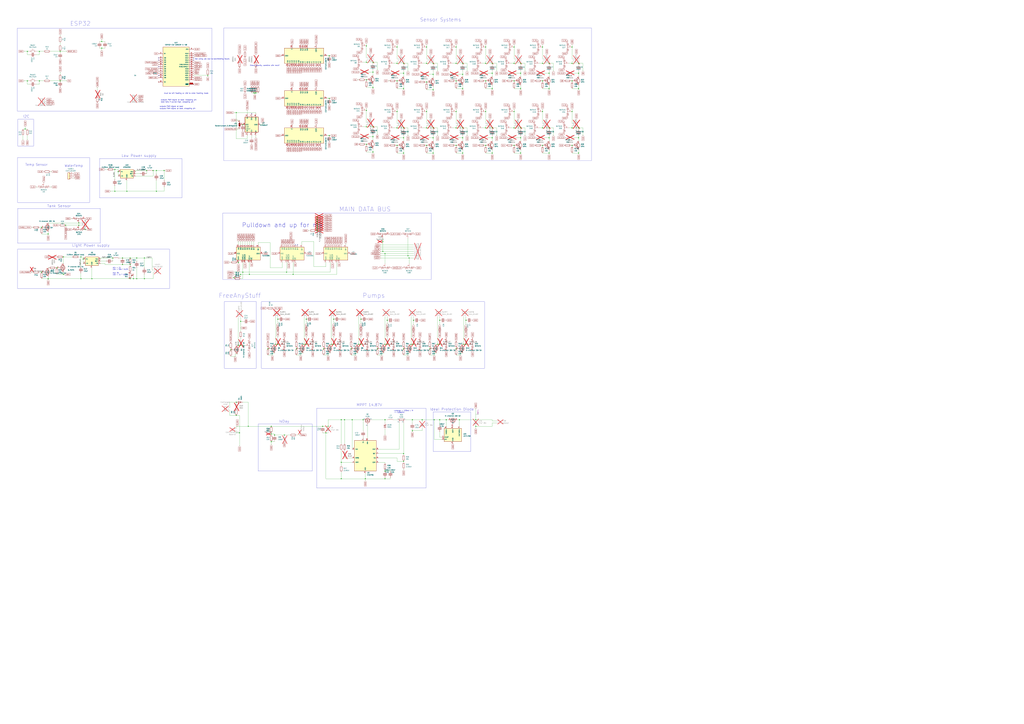
<source format=kicad_sch>
(kicad_sch
	(version 20231120)
	(generator "eeschema")
	(generator_version "8.0")
	(uuid "c26e8d55-0b6e-4c4e-b7c8-b1fed973201c")
	(paper "A0")
	(title_block
		(title "Plant Controller")
		(date "2020-12-21")
		(rev "0.4a")
		(company "C3MA")
	)
	
	(junction
		(at 278.13 502.92)
		(diameter 0)
		(color 0 0 0 0)
		(uuid "006314ff-9060-4674-a7fc-dac02fc6a66c")
	)
	(junction
		(at 314.96 504.19)
		(diameter 0)
		(color 0 0 0 0)
		(uuid "01041127-725b-4ce5-8f58-38fb3fd24a79")
	)
	(junction
		(at 571.5 102.87)
		(diameter 0)
		(color 0 0 0 0)
		(uuid "026b3c24-c4bc-4ca0-82cb-9b3a3781338b")
	)
	(junction
		(at 190.5 198.12)
		(diameter 0)
		(color 0 0 0 0)
		(uuid "044b370d-4a42-4fab-a8a0-78f235931201")
	)
	(junction
		(at 502.92 104.14)
		(diameter 0)
		(color 0 0 0 0)
		(uuid "05921202-6f3d-47e7-afc8-54cf16183806")
	)
	(junction
		(at 424.18 556.26)
		(diameter 0)
		(color 0 0 0 0)
		(uuid "064498dc-e504-4f86-9f3f-c7515e3a87b5")
	)
	(junction
		(at 637.54 177.8)
		(diameter 0)
		(color 0 0 0 0)
		(uuid "067aeb1c-cd17-40a2-9804-d78ecf21918c")
	)
	(junction
		(at 93.98 298.45)
		(diameter 0)
		(color 0 0 0 0)
		(uuid "06d8b90d-baa0-4504-baff-642acafdb6f4")
	)
	(junction
		(at 320.04 400.05)
		(diameter 0)
		(color 0 0 0 0)
		(uuid "09028f9d-45e1-4366-826a-88a396abe002")
	)
	(junction
		(at 671.83 177.8)
		(diameter 0)
		(color 0 0 0 0)
		(uuid "09e9f518-61d1-4fd0-86ec-2ca41f027627")
	)
	(junction
		(at 449.58 400.05)
		(diameter 0)
		(color 0 0 0 0)
		(uuid "0a372b77-1bd4-4b2a-8539-3c6b9cb168d3")
	)
	(junction
		(at 274.32 482.6)
		(diameter 0)
		(color 0 0 0 0)
		(uuid "0af1c44b-ddbf-4d31-a823-e5834c357558")
	)
	(junction
		(at 495.3 54.61)
		(diameter 0)
		(color 0 0 0 0)
		(uuid "0b9bd1bd-5d87-4203-ac6d-25f132a9d650")
	)
	(junction
		(at 664.21 168.91)
		(diameter 0)
		(color 0 0 0 0)
		(uuid "0bf93224-513b-43b0-b34e-b83cf88ace50")
	)
	(junction
		(at 31.75 59.69)
		(diameter 0)
		(color 0 0 0 0)
		(uuid "0c801748-df91-4145-83f3-9b19cb585cd0")
	)
	(junction
		(at 274.32 467.36)
		(diameter 0)
		(color 0 0 0 0)
		(uuid "0cbcfcf2-f3b3-4480-9680-29db347f36d4")
	)
	(junction
		(at 433.07 72.39)
		(diameter 0)
		(color 0 0 0 0)
		(uuid "0ebeefe8-2447-4c3c-80b1-d0d61f1efb48")
	)
	(junction
		(at 93.98 323.85)
		(diameter 0)
		(color 0 0 0 0)
		(uuid "0eea3930-0275-4c9f-97c6-e4491faf7ffd")
	)
	(junction
		(at 537.21 73.66)
		(diameter 0)
		(color 0 0 0 0)
		(uuid "0f7c9f5b-15c0-4d15-9880-73614b9dc27c")
	)
	(junction
		(at 289.56 318.77)
		(diameter 0)
		(color 0 0 0 0)
		(uuid "100d0f8b-2f86-49dd-861e-b2d9c9a4a2d9")
	)
	(junction
		(at 478.79 500.38)
		(diameter 0)
		(color 0 0 0 0)
		(uuid "136b5f16-d5fe-4c8a-8508-0e9ad86f8f43")
	)
	(junction
		(at 447.04 294.64)
		(diameter 0)
		(color 0 0 0 0)
		(uuid "14b6b14d-4e33-4c9c-a6d4-2829760e6cc4")
	)
	(junction
		(at 490.22 487.68)
		(diameter 0)
		(color 0 0 0 0)
		(uuid "15c019f7-a03b-47ae-a51c-abc73c51bd40")
	)
	(junction
		(at 563.88 54.61)
		(diameter 0)
		(color 0 0 0 0)
		(uuid "1b762162-080c-4e36-b68b-d3bd15571f83")
	)
	(junction
		(at 368.3 265.43)
		(diameter 0)
		(color 0 0 0 0)
		(uuid "1e71c6eb-62eb-41d4-bfde-df1e7aa7c319")
	)
	(junction
		(at 444.5 280.67)
		(diameter 0)
		(color 0 0 0 0)
		(uuid "1ec24ea8-049a-4547-addf-26eafaa81113")
	)
	(junction
		(at 468.63 85.09)
		(diameter 0)
		(color 0 0 0 0)
		(uuid "1f4e3c83-7f84-4013-8458-3254f2649743")
	)
	(junction
		(at 276.86 401.32)
		(diameter 0)
		(color 0 0 0 0)
		(uuid "2124662e-0101-4907-a279-d22f77f179e9")
	)
	(junction
		(at 419.1 370.84)
		(diameter 0)
		(color 0 0 0 0)
		(uuid "2125b107-250d-44b9-ae2a-63555b15b96b")
	)
	(junction
		(at 271.78 322.58)
		(diameter 0)
		(color 0 0 0 0)
		(uuid "21c9489c-b7e7-411e-8242-06cb982ccdfb")
	)
	(junction
		(at 541.02 400.05)
		(diameter 0)
		(color 0 0 0 0)
		(uuid "225164a2-0641-4a42-83a1-eb3ceb752f37")
	)
	(junction
		(at 387.35 370.84)
		(diameter 0)
		(color 0 0 0 0)
		(uuid "22b03adb-32c5-4612-9736-645d72daaf12")
	)
	(junction
		(at 510.54 487.68)
		(diameter 0)
		(color 0 0 0 0)
		(uuid "243935e2-4f6a-429d-bbc1-4327fafdf466")
	)
	(junction
		(at 368.3 262.89)
		(diameter 0)
		(color 0 0 0 0)
		(uuid "252d4a75-2db7-460c-aaed-b4520213017f")
	)
	(junction
		(at 425.45 92.71)
		(diameter 0)
		(color 0 0 0 0)
		(uuid "25d1ef73-18e6-4b45-b6a0-d161dc281a1c")
	)
	(junction
		(at 158.75 299.72)
		(diameter 0)
		(color 0 0 0 0)
		(uuid "27bdfd08-9fa2-4018-8386-f5f9458ea23f")
	)
	(junction
		(at 407.67 405.13)
		(diameter 0)
		(color 0 0 0 0)
		(uuid "288439ce-4d40-4524-9a56-c937c30e7f5c")
	)
	(junction
		(at 96.52 300.99)
		(diameter 0)
		(color 0 0 0 0)
		(uuid "2977a76b-3c36-4356-9c23-ef25b0e79774")
	)
	(junction
		(at 480.06 400.05)
		(diameter 0)
		(color 0 0 0 0)
		(uuid "2affe026-8dd0-4fb0-90f9-21a8fa9a4bdc")
	)
	(junction
		(at 461.01 148.59)
		(diameter 0)
		(color 0 0 0 0)
		(uuid "30055c98-462c-4777-a626-cf867239e38d")
	)
	(junction
		(at 55.88 323.85)
		(diameter 0)
		(color 0 0 0 0)
		(uuid "30c447cc-ce18-498c-a30a-de1223bde459")
	)
	(junction
		(at 671.83 148.59)
		(diameter 0)
		(color 0 0 0 0)
		(uuid "31a2a121-855b-4cf9-8440-5bbee3de3f05")
	)
	(junction
		(at 433.07 83.82)
		(diameter 0)
		(color 0 0 0 0)
		(uuid "31ba5875-8927-4bfd-a4f8-3adf246769c4")
	)
	(junction
		(at 596.9 93.98)
		(diameter 0)
		(color 0 0 0 0)
		(uuid "32072a9c-d2dd-4fe3-9085-b2b6c66fab96")
	)
	(junction
		(at 66.04 311.15)
		(diameter 0)
		(color 0 0 0 0)
		(uuid "33109daa-b629-475e-bf83-217328126604")
	)
	(junction
		(at 281.94 144.78)
		(diameter 0)
		(color 0 0 0 0)
		(uuid "348bf06b-daf7-4d97-b82c-b8a5bbf3d06b")
	)
	(junction
		(at 322.58 400.05)
		(diameter 0)
		(color 0 0 0 0)
		(uuid "34e846f7-9dcf-4f40-8420-68c319584cee")
	)
	(junction
		(at 433.07 158.75)
		(diameter 0)
		(color 0 0 0 0)
		(uuid "37a79285-75dc-47b1-85e2-e9c3d074f7c7")
	)
	(junction
		(at 381 495.3)
		(diameter 0)
		(color 0 0 0 0)
		(uuid "394a6417-c4c4-43a0-ad22-7a964e628e7d")
	)
	(junction
		(at 571.5 73.66)
		(diameter 0)
		(color 0 0 0 0)
		(uuid "3cc3bd38-c946-4c29-a625-e712e268d838")
	)
	(junction
		(at 314.96 513.08)
		(diameter 0)
		(color 0 0 0 0)
		(uuid "3d8fb177-4b5a-4526-95fd-c4109587c044")
	)
	(junction
		(at 274.32 130.81)
		(diameter 0)
		(color 0 0 0 0)
		(uuid "3e916cc3-c4bb-4a04-9995-635a73841757")
	)
	(junction
		(at 537.21 86.36)
		(diameter 0)
		(color 0 0 0 0)
		(uuid "4120f630-88f8-4958-99c5-be8a6b4772f2")
	)
	(junction
		(at 461.01 93.98)
		(diameter 0)
		(color 0 0 0 0)
		(uuid "4126858c-c206-4bef-b39b-428bcec4deec")
	)
	(junction
		(at 508 400.05)
		(diameter 0)
		(color 0 0 0 0)
		(uuid "415b2ab4-f4dd-4fee-870b-9ba95dac6a8b")
	)
	(junction
		(at 571.5 148.59)
		(diameter 0)
		(color 0 0 0 0)
		(uuid "4406cfee-0ff2-44ef-a1ef-e6149581217c")
	)
	(junction
		(at 29.21 149.86)
		(diameter 0)
		(color 0 0 0 0)
		(uuid "447db467-5e2a-4cce-9c81-3e3ccb72d2ba")
	)
	(junction
		(at 69.85 59.69)
		(diameter 0)
		(color 0 0 0 0)
		(uuid "44bf766d-2222-4637-ada1-6cbff94abbf8")
	)
	(junction
		(at 151.13 323.85)
		(diameter 0)
		(color 0 0 0 0)
		(uuid "44cd3143-c150-4d17-bd07-6ba56767d7c5")
	)
	(junction
		(at 495.3 168.91)
		(diameter 0)
		(color 0 0 0 0)
		(uuid "4593d6e5-bc8e-48f0-9775-93846c33113e")
	)
	(junction
		(at 552.45 487.68)
		(diameter 0)
		(color 0 0 0 0)
		(uuid "464f670a-23da-4072-9135-c7f8cde45344")
	)
	(junction
		(at 353.06 400.05)
		(diameter 0)
		(color 0 0 0 0)
		(uuid "477944b3-0f91-44bb-99ca-1f00b91186f2")
	)
	(junction
		(at 637.54 85.09)
		(diameter 0)
		(color 0 0 0 0)
		(uuid "48fa581b-e31c-40cd-be78-2d3ece0a1d84")
	)
	(junction
		(at 461.01 54.61)
		(diameter 0)
		(color 0 0 0 0)
		(uuid "499fccfc-5e44-4fef-9ee9-4d1fdf9faa8f")
	)
	(junction
		(at 495.3 148.59)
		(diameter 0)
		(color 0 0 0 0)
		(uuid "4bdd9a73-35ba-455b-971d-29ad86479519")
	)
	(junction
		(at 344.17 405.13)
		(diameter 0)
		(color 0 0 0 0)
		(uuid "4c43d807-6025-4458-873e-b0e60bc37c3c")
	)
	(junction
		(at 664.21 54.61)
		(diameter 0)
		(color 0 0 0 0)
		(uuid "4f51b0d3-b93c-48c1-8f94-d8097a17151c")
	)
	(junction
		(at 142.24 299.72)
		(diameter 0)
		(color 0 0 0 0)
		(uuid "4fc5b79a-48b8-4875-b2fa-ce2c0b207ed6")
	)
	(junction
		(at 433.07 176.53)
		(diameter 0)
		(color 0 0 0 0)
		(uuid "5087ffa7-63f2-46a1-b798-fd54a43209da")
	)
	(junction
		(at 419.1 400.05)
		(diameter 0)
		(color 0 0 0 0)
		(uuid "547e0024-8ca5-4fd9-9ed0-6e6fa4efe2d1")
	)
	(junction
		(at 433.07 101.6)
		(diameter 0)
		(color 0 0 0 0)
		(uuid "548c700b-f320-487b-b1e6-213ddcf734d3")
	)
	(junction
		(at 276.86 304.8)
		(diameter 0)
		(color 0 0 0 0)
		(uuid "54c228c6-a419-4461-b51c-f4689ab11c16")
	)
	(junction
		(at 480.06 372.11)
		(diameter 0)
		(color 0 0 0 0)
		(uuid "54f14d31-ee75-4d90-bbd6-d53b9269dae6")
	)
	(junction
		(at 596.9 168.91)
		(diameter 0)
		(color 0 0 0 0)
		(uuid "553fd55b-c9b0-4d42-8fea-fe608c6b3e8f")
	)
	(junction
		(at 504.19 487.68)
		(diameter 0)
		(color 0 0 0 0)
		(uuid "55707df8-1ce8-4b01-b189-1ba64f13e6d9")
	)
	(junction
		(at 447.04 487.68)
		(diameter 0)
		(color 0 0 0 0)
		(uuid "557c9344-c4f5-407c-87a3-c05772708fc7")
	)
	(junction
		(at 425.45 128.27)
		(diameter 0)
		(color 0 0 0 0)
		(uuid "56ab9f7a-a80d-45b5-9f13-38a6ae5e5a2f")
	)
	(junction
		(at 48.26 264.16)
		(diameter 0)
		(color 0 0 0 0)
		(uuid "5a159a05-57fa-411f-9de3-7f0e035fb745")
	)
	(junction
		(at 154.94 323.85)
		(diameter 0)
		(color 0 0 0 0)
		(uuid "5a782664-d096-4b9f-8da4-e576a5adbff8")
	)
	(junction
		(at 468.63 527.05)
		(diameter 0)
		(color 0 0 0 0)
		(uuid "5aef8b40-8452-4805-a5e4-da8d93469853")
	)
	(junction
		(at 604.52 85.09)
		(diameter 0)
		(color 0 0 0 0)
		(uuid "5db28c81-ecda-48cf-9cf5-82a4652c2d72")
	)
	(junction
		(at 596.9 73.66)
		(diameter 0)
		(color 0 0 0 0)
		(uuid "5de7b025-2047-4e98-ad34-d25039409f9e")
	)
	(junction
		(at 311.15 405.13)
		(diameter 0)
		(color 0 0 0 0)
		(uuid "5df117be-4263-48e0-a710-5721bdeecfb9")
	)
	(junction
		(at 382.27 157.48)
		(diameter 0)
		(color 0 0 0 0)
		(uuid "5e7a5161-1647-47d6-9e0b-ff9ce9e31b86")
	)
	(junction
		(at 495.3 95.25)
		(diameter 0)
		(color 0 0 0 0)
		(uuid "5ebba679-b1e7-40e7-a21c-eaac87c82160")
	)
	(junction
		(at 433.07 147.32)
		(diameter 0)
		(color 0 0 0 0)
		(uuid "5ee86e6c-9861-45ff-aaf3-b0ce155250f5")
	)
	(junction
		(at 533.4 487.68)
		(diameter 0)
		(color 0 0 0 0)
		(uuid "60684402-d96a-439d-a47a-f1940a639b1b")
	)
	(junction
		(at 637.54 73.66)
		(diameter 0)
		(color 0 0 0 0)
		(uuid "6283297a-b875-4df2-a42b-317a52403718")
	)
	(junction
		(at 133.35 222.25)
		(diameter 0)
		(color 0 0 0 0)
		(uuid "62e83d49-6450-4f8e-9161-9823cbd9fa8a")
	)
	(junction
		(at 396.24 556.26)
		(diameter 0)
		(color 0 0 0 0)
		(uuid "62e8e510-5776-41a5-b7ef-659764595cf0")
	)
	(junction
		(at 629.92 54.61)
		(diameter 0)
		(color 0 0 0 0)
		(uuid "639a9374-4baa-414a-a5c4-7e13d2852c2e")
	)
	(junction
		(at 468.63 102.87)
		(diameter 0)
		(color 0 0 0 0)
		(uuid "650b02e4-fb4a-4097-88f3-57b476d8f112")
	)
	(junction
		(at 529.59 54.61)
		(diameter 0)
		(color 0 0 0 0)
		(uuid "66f71efe-5a3b-4842-81ad-702f6a9183fb")
	)
	(junction
		(at 332.74 316.23)
		(diameter 0)
		(color 0 0 0 0)
		(uuid "68f4d8af-c27e-4056-a2a9-dbd2514de570")
	)
	(junction
		(at 664.21 93.98)
		(diameter 0)
		(color 0 0 0 0)
		(uuid "690f2dc5-5473-4546-a0f5-1e3f20786db0")
	)
	(junction
		(at 478.79 487.68)
		(diameter 0)
		(color 0 0 0 0)
		(uuid "697147b1-0224-4f54-a454-fb14851852a2")
	)
	(junction
		(at 502.92 73.66)
		(diameter 0)
		(color 0 0 0 0)
		(uuid "6b072436-9cc5-44f0-8cab-e5273772d205")
	)
	(junction
		(at 518.16 487.68)
		(diameter 0)
		(color 0 0 0 0)
		(uuid "6b9d9747-b3ff-43d2-8486-466834aa4452")
	)
	(junction
		(at 447.04 547.37)
		(diameter 0)
		(color 0 0 0 0)
		(uuid "6bee4d3f-40c6-4254-8d07-1c0c6ec2a6f4")
	)
	(junction
		(at 449.58 372.11)
		(diameter 0)
		(color 0 0 0 0)
		(uuid "6c849387-b46a-4c70-adb8-4a7816d1702c")
	)
	(junction
		(at 130.81 299.72)
		(diameter 0)
		(color 0 0 0 0)
		(uuid "6e8888f6-ec84-4dea-a75b-c49e51edec1e")
	)
	(junction
		(at 571.5 177.8)
		(diameter 0)
		(color 0 0 0 0)
		(uuid "6ee7607b-1843-4037-994f-9b421f85c34b")
	)
	(junction
		(at 596.9 148.59)
		(diameter 0)
		(color 0 0 0 0)
		(uuid "708152d4-5c67-4c3c-967a-78dd154354ad")
	)
	(junction
		(at 529.59 93.98)
		(diameter 0)
		(color 0 0 0 0)
		(uuid "718782ac-57c8-435b-9457-ce995955847d")
	)
	(junction
		(at 368.3 257.81)
		(diameter 0)
		(color 0 0 0 0)
		(uuid "7357611e-6eb5-4b44-a3c1-ee563f8ae0ea")
	)
	(junction
		(at 447.04 400.05)
		(diameter 0)
		(color 0 0 0 0)
		(uuid "74872d2f-df92-44ce-a737-7d0693ac46a3")
	)
	(junction
		(at 288.29 495.3)
		(diameter 0)
		(color 0 0 0 0)
		(uuid "74d5e0e4-cd91-4e01-8980-afaf347113fd")
	)
	(junction
		(at 91.44 259.08)
		(diameter 0)
		(color 0 0 0 0)
		(uuid "750169c9-8dda-4196-8b70-7629a1386317")
	)
	(junction
		(at 421.64 487.68)
		(diameter 0)
		(color 0 0 0 0)
		(uuid "792fa4db-0ff6-47c2-b282-e4d8f6701888")
	)
	(junction
		(at 637.54 102.87)
		(diameter 0)
		(color 0 0 0 0)
		(uuid "79ec289a-2f85-4055-9210-f7916fbc3d1f")
	)
	(junction
		(at 596.9 54.61)
		(diameter 0)
		(color 0 0 0 0)
		(uuid "7a5115d1-34f1-4afd-aab6-8c3f89df22ba")
	)
	(junction
		(at 671.83 160.02)
		(diameter 0)
		(color 0 0 0 0)
		(uuid "7e319f56-b85a-4463-b8f9-7ad8f5763ea8")
	)
	(junction
		(at 147.32 222.25)
		(diameter 0)
		(color 0 0 0 0)
		(uuid "7ea02348-2ae2-4ac7-a02a-9029063eb3d7")
	)
	(junction
		(at 637.54 160.02)
		(diameter 0)
		(color 0 0 0 0)
		(uuid "7eac8976-1652-4c0a-a76d-0530fe3ae3ae")
	)
	(junction
		(at 461.01 129.54)
		(diameter 0)
		(color 0 0 0 0)
		(uuid "7f0237e1-1d71-4027-86cb-d7488d6dce27")
	)
	(junction
		(at 281.94 316.23)
		(diameter 0)
		(color 0 0 0 0)
		(uuid "805ba7db-9e85-428e-9f5b-9063e8278c60")
	)
	(junction
		(at 468.63 405.13)
		(diameter 0)
		(color 0 0 0 0)
		(uuid "80f5b8a1-cdbe-4850-a609-339b8c898669")
	)
	(junction
		(at 473.71 297.18)
		(diameter 0)
		(color 0 0 0 0)
		(uuid "819a85d3-cd43-455c-8023-715c1f29dcd2")
	)
	(junction
		(at 502.92 160.02)
		(diameter 0)
		(color 0 0 0 0)
		(uuid "8239b883-7ac0-49ae-91b3-07b3826c7fe2")
	)
	(junction
		(at 73.66 298.45)
		(diameter 0)
		(color 0 0 0 0)
		(uuid "82572895-6594-489b-b5dd-a8b4d09bcb09")
	)
	(junction
		(at 177.8 198.12)
		(diameter 0)
		(color 0 0 0 0)
		(uuid "843e9870-799e-444a-a4e6-716ced5cbe43")
	)
	(junction
		(at 637.54 148.59)
		(diameter 0)
		(color 0 0 0 0)
		(uuid "89062818-c01b-4c5a-a12c-1e35d52780ff")
	)
	(junction
		(at 425.45 53.34)
		(diameter 0)
		(color 0 0 0 0)
		(uuid "89c9668d-eb10-4371-9427-2b0654758741")
	)
	(junction
		(at 400.05 487.68)
		(diameter 0)
		(color 0 0 0 0)
		(uuid "8badbd3a-472d-49c6-9995-2681ebcad861")
	)
	(junction
		(at 563.88 93.98)
		(diameter 0)
		(color 0 0 0 0)
		(uuid "8bd86f79-7f9c-4c30-9dd8-981806e53813")
	)
	(junction
		(at 671.83 102.87)
		(diameter 0)
		(color 0 0 0 0)
		(uuid "8db1d203-e627-40a1-9aa1-eb87a34a27ca")
	)
	(junction
		(at 76.2 261.62)
		(diameter 0)
		(color 0 0 0 0)
		(uuid "8dbf3f53-4dbe-4577-8253-5d3d05e20a7d")
	)
	(junction
		(at 375.92 405.13)
		(diameter 0)
		(color 0 0 0 0)
		(uuid "8ddc18df-7f6d-40fe-971f-5b7ea913cac2")
	)
	(junction
		(at 495.3 73.66)
		(diameter 0)
		(color 0 0 0 0)
		(uuid "91f51afc-74e9-4689-bf90-5b054783b568")
	)
	(junction
		(at 137.16 199.39)
		(diameter 0)
		(color 0 0 0 0)
		(uuid "9330ab14-2e88-49fc-b8ec-647acef19c05")
	)
	(junction
		(at 425.45 147.32)
		(diameter 0)
		(color 0 0 0 0)
		(uuid "93f019f6-1cb2-47ce-ad4a-b71afdbed778")
	)
	(junction
		(at 529.59 129.54)
		(diameter 0)
		(color 0 0 0 0)
		(uuid "943b67a7-896a-4d51-b5a7-cd6889520825")
	)
	(junction
		(at 571.5 160.02)
		(diameter 0)
		(color 0 0 0 0)
		(uuid "944582dc-9ad6-4270-b98c-6b7423b11410")
	)
	(junction
		(at 537.21 148.59)
		(diameter 0)
		(color 0 0 0 0)
		(uuid "957e10ff-76bd-489f-b9fe-ab1fdb884450")
	)
	(junction
		(at 368.3 255.27)
		(diameter 0)
		(color 0 0 0 0)
		(uuid "95e16490-1476-42b0-b339-2eae951bab1c")
	)
	(junction
		(at 151.13 307.34)
		(diameter 0)
		(color 0 0 0 0)
		(uuid "96f15460-13f3-4312-89f8-b71934eaedb8")
	)
	(junction
		(at 671.83 73.66)
		(diameter 0)
		(color 0 0 0 0)
		(uuid "974cb32f-b17f-415b-a3ed-4c573300644d")
	)
	(junction
		(at 106.68 323.85)
		(diameter 0)
		(color 0 0 0 0)
		(uuid "977868cb-abe1-483f-8f43-5a8a20726067")
	)
	(junction
		(at 563.88 168.91)
		(diameter 0)
		(color 0 0 0 0)
		(uuid "979d0b85-f2dc-43e5-91a2-e7e9a479ccd3")
	)
	(junction
		(at 382.27 64.77)
		(diameter 0)
		(color 0 0 0 0)
		(uuid "99de8f7d-0bac-4189-8a58-7eb488261416")
	)
	(junction
		(at 552.45 495.3)
		(diameter 0)
		(color 0 0 0 0)
		(uuid "9a8358d1-ea0c-4e4d-bd7f-459dfdba752f")
	)
	(junction
		(at 571.5 85.09)
		(diameter 0)
		(color 0 0 0 0)
		(uuid "9b65336d-5277-4cda-9817-8d963731baca")
	)
	(junction
		(at 241.3 87.63)
		(diameter 0)
		(color 0 0 0 0)
		(uuid "9d32f91d-40f9-42f9-b044-70d19854227e")
	)
	(junction
		(at 510.54 372.11)
		(diameter 0)
		(color 0 0 0 0)
		(uuid "a1d7e5c8-d217-457c-b56c-ecad97fd4c0e")
	)
	(junction
		(at 538.48 400.05)
		(diameter 0)
		(color 0 0 0 0)
		(uuid "a29c0663-342d-4535-aac0-b31dad8318cf")
	)
	(junction
		(at 45.72 59.69)
		(diameter 0)
		(color 0 0 0 0)
		(uuid "a3104c80-278d-416a-b409-fd08d784c6c7")
	)
	(junction
		(at 563.88 73.66)
		(diameter 0)
		(color 0 0 0 0)
		(uuid "a4f2e3e9-2f62-4ed2-91cb-96ac4bea021e")
	)
	(junction
		(at 355.6 400.05)
		(diameter 0)
		(color 0 0 0 0)
		(uuid "a685894a-983c-450f-b9c3-4d7e6d929974")
	)
	(junction
		(at 425.45 167.64)
		(diameter 0)
		(color 0 0 0 0)
		(uuid "a692c08c-551f-44a7-adb6-606c3bb62932")
	)
	(junction
		(at 167.64 323.85)
		(diameter 0)
		(color 0 0 0 0)
		(uuid "a70da482-a861-4e2f-9d2b-6183a6f0f87e")
	)
	(junction
		(at 629.92 129.54)
		(diameter 0)
		(color 0 0 0 0)
		(uuid "a77abfe7-e262-4002-9648-a4dca1c184b1")
	)
	(junction
		(at 495.3 129.54)
		(diameter 0)
		(color 0 0 0 0)
		(uuid "a7ead05e-fd26-4f6a-98b1-c130e29a0605")
	)
	(junction
		(at 468.63 535.94)
		(diameter 0)
		(color 0 0 0 0)
		(uuid "a8c1d291-f95c-499f-a8f0-8d347b07d19e")
	)
	(junction
		(at 408.94 487.68)
		(diameter 0)
		(color 0 0 0 0)
		(uuid "a90e40e7-9f3e-4a7e-bc30-d292bc1ab9ed")
	)
	(junction
		(at 396.24 487.68)
		(diameter 0)
		(color 0 0 0 0)
		(uuid "a918e227-4862-4ef1-b1b4-1ecbab47421d")
	)
	(junction
		(at 529.59 168.91)
		(diameter 0)
		(color 0 0 0 0)
		(uuid "a97fc95b-6246-49f0-b0cf-bf3aa6f54de2")
	)
	(junction
		(at 99.06 266.7)
		(diameter 0)
		(color 0 0 0 0)
		(uuid "a99f2dd3-1db5-4646-bd5d-42af73cee85a")
	)
	(junction
		(at 378.46 502.92)
		(diameter 0)
		(color 0 0 0 0)
		(uuid "aa0d7669-67ff-4603-888b-7d15a03d73a6")
	)
	(junction
		(at 151.13 299.72)
		(diameter 0)
		(color 0 0 0 0)
		(uuid "aa659c87-6d9f-4a94-913b-ec00337baaa9")
	)
	(junction
		(at 537.21 160.02)
		(diameter 0)
		(color 0 0 0 0)
		(uuid "aa7470b0-25fe-426c-8e11-da1c1d924805")
	)
	(junction
		(at 142.24 307.34)
		(diameter 0)
		(color 0 0 0 0)
		(uuid "ab83cc7b-a4bb-42ce-806a-ad57b1f1f16f")
	)
	(junction
		(at 318.77 505.46)
		(diameter 0)
		(color 0 0 0 0)
		(uuid "ac18742b-0669-4417-bf96-99d1ab0ff75f")
	)
	(junction
		(at 529.59 405.13)
		(diameter 0)
		(color 0 0 0 0)
		(uuid "ac6041ae-1077-46a6-b33a-6e568b0f7d89")
	)
	(junction
		(at 297.18 107.95)
		(diameter 0)
		(color 0 0 0 0)
		(uuid "ad6aca5a-aa99-4b42-a3e4-f6f27dae664e")
	)
	(junction
		(at 355.6 370.84)
		(diameter 0)
		(color 0 0 0 0)
		(uuid "ae161ff6-e303-4db5-b037-b1f45682a4bb")
	)
	(junction
		(at 604.52 73.66)
		(diameter 0)
		(color 0 0 0 0)
		(uuid "af24c530-bace-4098-b28e-8213bb1a8743")
	)
	(junction
		(at 295.91 107.95)
		(diameter 0)
		(color 0 0 0 0)
		(uuid "af4549b6-4e25-4c36-b4d9-5cfa50547ca1")
	)
	(junction
		(at 382.27 114.3)
		(diameter 0)
		(color 0 0 0 0)
		(uuid "b5f987b1-82e9-4d50-afd8-20682cecf96f")
	)
	(junction
		(at 468.63 177.8)
		(diameter 0)
		(color 0 0 0 0)
		(uuid "b88c6033-15ac-4b13-83da-7bbe1c1195dd")
	)
	(junction
		(at 502.92 177.8)
		(diameter 0)
		(color 0 0 0 0)
		(uuid "bb2d97e8-7888-40b3-ad5f-0b2ed971ec7b")
	)
	(junction
		(at 73.66 318.77)
		(diameter 0)
		(color 0 0 0 0)
		(uuid "c1341956-3e76-4b89-ab41-469a1db0015c")
	)
	(junction
		(at 510.54 400.05)
		(diameter 0)
		(color 0 0 0 0)
		(uuid "c1611925-d0ac-42a4-83ae-6844b1cb71e3")
	)
	(junction
		(at 461.01 73.66)
		(diameter 0)
		(color 0 0 0 0)
		(uuid "c1f12c77-fc36-4c4e-9402-b971f8787376")
	)
	(junction
		(at 91.44 261.62)
		(diameter 0)
		(color 0 0 0 0)
		(uuid "c2c812ed-41b4-4200-984f-e76eae1d14de")
	)
	(junction
		(at 45.72 93.98)
		(diameter 0)
		(color 0 0 0 0)
		(uuid "c39add44-ba76-41fb-8f18-28fa0366e282")
	)
	(junction
		(at 314.96 495.3)
		(diameter 0)
		(color 0 0 0 0)
		(uuid "c658b47a-3e79-4147-ac21-89a17ecf409a")
	)
	(junction
		(at 322.58 370.84)
		(diameter 0)
		(color 0 0 0 0)
		(uuid "c6d07995-bb57-4c01-9d40-c8c408016a09")
	)
	(junction
		(at 468.63 73.66)
		(diameter 0)
		(color 0 0 0 0)
		(uuid "c9bcc4dd-2e45-4814-917d-222bf96092ff")
	)
	(junction
		(at 181.61 222.25)
		(diameter 0)
		(color 0 0 0 0)
		(uuid "cac620f5-0af6-41f8-9844-d9f07ee0c129")
	)
	(junction
		(at 396.24 537.21)
		(diameter 0)
		(color 0 0 0 0)
		(uuid "caf08951-498e-42d7-836c-4ada133aecad")
	)
	(junction
		(at 279.4 373.38)
		(diameter 0)
		(color 0 0 0 0)
		(uuid "cbfbbc2e-484a-4954-8dc2-c7386c5d1301")
	)
	(junction
		(at 529.59 73.66)
		(diameter 0)
		(color 0 0 0 0)
		(uuid "cc4db2b3-7a3d-4ef2-b3b0-bc2a5b38938e")
	)
	(junction
		(at 133.35 196.85)
		(diameter 0)
		(color 0 0 0 0)
		(uuid "cc922bc0-96bd-4b17-b53a-b9b1b8fdaebf")
	)
	(junction
		(at 294.64 107.95)
		(diameter 0)
		(color 0 0 0 0)
		(uuid "cd4269e0-1f42-4344-8d26-de82a41ddaff")
	)
	(junction
		(at 629.92 93.98)
		(diameter 0)
		(color 0 0 0 0)
		(uuid "ceefa2d2-00e3-4b3c-a7ad-0e8ac388ebb9")
	)
	(junction
		(at 604.52 177.8)
		(diameter 0)
		(color 0 0 0 0)
		(uuid "d001e9a1-587b-41cc-81aa-c56d8da361ee")
	)
	(junction
		(at 499.11 405.13)
		(diameter 0)
		(color 0 0 0 0)
		(uuid "d0ccfc37-9d2e-4994-b901-fab6c387aa2a")
	)
	(junction
		(at 537.21 177.8)
		(diameter 0)
		(color 0 0 0 0)
		(uuid "d1010438-7a43-4538-9e86-217bd01f8c14")
	)
	(junction
		(at 368.3 267.97)
		(diameter 0)
		(color 0 0 0 0)
		(uuid "d14a960b-df64-4cee-80fc-25c3debc3b63")
	)
	(junction
		(at 158.75 323.85)
		(diameter 0)
		(color 0 0 0 0)
		(uuid "d17c286e-9606-4cb2-902a-10021903ed9a")
	)
	(junction
		(at 671.83 85.09)
		(diameter 0)
		(color 0 0 0 0)
		(uuid "d1d52e82-91ba-48cd-b468-139b1071e8d5")
	)
	(junction
		(at 31.75 93.98)
		(diameter 0)
		(color 0 0 0 0)
		(uuid "d2b0a197-1410-44de-bdc3-e63959ff5b39")
	)
	(junction
		(at 537.21 102.87)
		(diameter 0)
		(color 0 0 0 0)
		(uuid "d2b90904-e6cb-4742-881e-0fd35570115c")
	)
	(junction
		(at 368.3 252.73)
		(diameter 0)
		(color 0 0 0 0)
		(uuid "d48d5ecb-021c-46d1-b6e1-8cccf5ad30d1")
	)
	(junction
		(at 55.88 271.78)
		(diameter 0)
		(color 0 0 0 0)
		(uuid "d6db9766-b81b-4a66-bc0a-843f0aeb559b")
	)
	(junction
		(at 541.02 372.11)
		(diameter 0)
		(color 0 0 0 0)
		(uuid "d776c8dc-ee54-41b4-8224-e7ddbf0679dc")
	)
	(junction
		(at 438.15 405.13)
		(diameter 0)
		(color 0 0 0 0)
		(uuid "db8fa153-556e-4fc4-a8b6-63a7062d08ed")
	)
	(junction
		(at 425.45 72.39)
		(diameter 0)
		(color 0 0 0 0)
		(uuid "dc8c6e94-1eff-45c1-b92e-b1caf2f34015")
	)
	(junction
		(at 181.61 198.12)
		(diameter 0)
		(color 0 0 0 0)
		(uuid "dd5d2f91-6f31-4419-a01a-1ac3389098ab")
	)
	(junction
		(at 374.65 495.3)
		(diameter 0)
		(color 0 0 0 0)
		(uuid "dda3d65b-6f54-4ee4-b1a0-dc35f1b01992")
	)
	(junction
		(at 170.18 198.12)
		(diameter 0)
		(color 0 0 0 0)
		(uuid "de92b6a6-7a53-41cb-a051-66e1e7d1d440")
	)
	(junction
		(at 368.3 260.35)
		(diameter 0)
		(color 0 0 0 0)
		(uuid "dfafa1ec-5cf4-4609-89b7-e43a37c90c17")
	)
	(junction
		(at 529.59 148.59)
		(diameter 0)
		(color 0 0 0 0)
		(uuid "e018a52d-1f7f-43d2-9757-f2f7c2a0a9c0")
	)
	(junction
		(at 604.52 148.59)
		(diameter 0)
		(color 0 0 0 0)
		(uuid "e0334824-28a0-4a4e-ab6d-b2e5a2ed4e19")
	)
	(junction
		(at 604.52 160.02)
		(diameter 0)
		(color 0 0 0 0)
		(uuid "e03df205-b0f8-4eb0-94ac-6d108b56efdd")
	)
	(junction
		(at 330.2 505.46)
		(diameter 0)
		(color 0 0 0 0)
		(uuid "e2f6e31f-b2af-4b71-9817-61b154679a81")
	)
	(junction
		(at 664.21 73.66)
		(diameter 0)
		(color 0 0 0 0)
		(uuid "e3a79e63-e583-47fd-8a7e-9e2f377a96f0")
	)
	(junction
		(at 267.97 406.4)
		(diameter 0)
		(color 0 0 0 0)
		(uuid "e3bac401-521f-443a-951f-18f502070861")
	)
	(junction
		(at 340.36 318.77)
		(diameter 0)
		(color 0 0 0 0)
		(uuid "e464f851-f7e1-4e95-b3ff-5a5e1e06a88d")
	)
	(junction
		(at 167.64 299.72)
		(diameter 0)
		(color 0 0 0 0)
		(uuid "e48746df-7668-499a-98dc-b9ffcda2bccd")
	)
	(junction
		(at 48.26 316.23)
		(diameter 0)
		(color 0 0 0 0)
		(uuid "e4c2dbc9-3598-4718-afb3-500c7ff75445")
	)
	(junction
		(at 447.04 556.26)
		(diameter 0)
		(color 0 0 0 0)
		(uuid "e5f993bb-4d95-4a9a-b24b-923011bb963a")
	)
	(junction
		(at 387.35 400.05)
		(diameter 0)
		(color 0 0 0 0)
		(uuid "e6344c4b-5e26-4315-8e1d-efd642df3581")
	)
	(junction
		(at 563.88 148.59)
		(diameter 0)
		(color 0 0 0 0)
		(uuid "e76d7a19-9315-45bb-9ea4-e65adba1a7a8")
	)
	(junction
		(at 444.5 292.1)
		(diameter 0)
		(color 0 0 0 0)
		(uuid "e86900c0-86ce-4777-88bb-4f9ecf777fc0")
	)
	(junction
		(at 629.92 168.91)
		(diameter 0)
		(color 0 0 0 0)
		(uuid "e879c254-09e3-4fcf-9f2d-28dd7d9ba433")
	)
	(junction
		(at 468.63 148.59)
		(diameter 0)
		(color 0 0 0 0)
		(uuid "e97dcb44-7b48-4f00-aba6-795f672687ba")
	)
	(junction
		(at 279.4 401.32)
		(diameter 0)
		(color 0 0 0 0)
		(uuid "ea81a12e-80a8-4055-a8fc-17c9562b0042")
	)
	(junction
		(at 279.4 318.77)
		(diameter 0)
		(color 0 0 0 0)
		(uuid "eb134ef6-0e32-46e8-9263-d8797dfe432d")
	)
	(junction
		(at 629.92 73.66)
		(diameter 0)
		(color 0 0 0 0)
		(uuid "ec234dbf-5504-4d77-9942-03edf134f9e0")
	)
	(junction
		(at 118.11 55.88)
		(diameter 0)
		(color 0 0 0 0)
		(uuid "eccbfa59-0c6d-47df-8d18-db1d8a427072")
	)
	(junction
		(at 69.85 93.98)
		(diameter 0)
		(color 0 0 0 0)
		(uuid "ed603a96-a752-490d-9f6b-e11a5c28a267")
	)
	(junction
		(at 629.92 148.59)
		(diameter 0)
		(color 0 0 0 0)
		(uuid "ee1a89d1-031b-4d98-a62d-973c7823ade8")
	)
	(junction
		(at 477.52 400.05)
		(diameter 0)
		(color 0 0 0 0)
		(uuid "ee4ab3a4-59f7-4db1-a482-501b9cb3788f")
	)
	(junction
		(at 474.98 299.72)
		(diameter 0)
		(color 0 0 0 0)
		(uuid "ef25ea8a-6f53-4ead-85fb-dc902e324c3a")
	)
	(junction
		(at 502.92 86.36)
		(diameter 0)
		(color 0 0 0 0)
		(uuid "efdf307e-8d67-430a-8c03-6dab3e4f4f72")
	)
	(junction
		(at 118.11 48.26)
		(diameter 0)
		(color 0 0 0 0)
		(uuid "f1a67806-2122-488a-be9e-3def99cac9b4")
	)
	(junction
		(at 468.63 160.02)
		(diameter 0)
		(color 0 0 0 0)
		(uuid "f3311c3a-ce52-435d-9996-86b7f9c1e897")
	)
	(junction
		(at 384.81 400.05)
		(diameter 0)
		(color 0 0 0 0)
		(uuid "f33c1570-2595-49f1-9ca5-56aecadb8578")
	)
	(junction
		(at 461.01 168.91)
		(diameter 0)
		(color 0 0 0 0)
		(uuid "f46f3c81-f81c-494b-940e-b2a7612a9b00")
	)
	(junction
		(at 502.92 148.59)
		(diameter 0)
		(color 0 0 0 0)
		(uuid "f97a5685-0e9a-42fc-8703-e760793b9fd0")
	)
	(junction
		(at 664.21 148.59)
		(diameter 0)
		(color 0 0 0 0)
		(uuid "fadeb8be-e293-403d-b08e-d4079f1d66c2")
	)
	(junction
		(at 596.9 129.54)
		(diameter 0)
		(color 0 0 0 0)
		(uuid "faf76a27-4651-4082-83d1-9449cc5a0db2")
	)
	(junction
		(at 664.21 129.54)
		(diameter 0)
		(color 0 0 0 0)
		(uuid "fd16341c-1c4c-4bd6-a643-9f711a9c3408")
	)
	(junction
		(at 563.88 129.54)
		(diameter 0)
		(color 0 0 0 0)
		(uuid "fd82d936-40c3-47c3-8f6b-5ed31b17a829")
	)
	(junction
		(at 604.52 102.87)
		(diameter 0)
		(color 0 0 0 0)
		(uuid "fedba8c9-8c3d-4d07-a3e2-646f50f83f6f")
	)
	(junction
		(at 416.56 400.05)
		(diameter 0)
		(color 0 0 0 0)
		(uuid "ff4c02dc-5696-44f6-8008-5806e9acfc7a")
	)
	(no_connect
		(at 224.79 69.85)
		(uuid "11ce84ce-44a9-4518-a182-d1fa021941ba")
	)
	(no_connect
		(at 184.15 67.31)
		(uuid "6d645bf1-339f-4b38-a26a-bdd168ca591e")
	)
	(no_connect
		(at 345.44 284.48)
		(uuid "719545ae-5f44-4f43-8b18-88571e66d52d")
	)
	(no_connect
		(at 184.15 87.63)
		(uuid "73f22c4a-853b-4663-a287-174ec9a91a1b")
	)
	(no_connect
		(at 184.15 69.85)
		(uuid "80156458-0c76-4971-a355-021501422841")
	)
	(no_connect
		(at 224.79 67.31)
		(uuid "a51a1ec3-f41f-4d68-aa13-e08c63246ac6")
	)
	(no_connect
		(at 342.9 284.48)
		(uuid "afc642fd-b037-4b56-8f9c-d8d1e4407c08")
	)
	(no_connect
		(at 292.1 132.08)
		(uuid "dd3ce984-3983-4f09-82f2-e087fd9c0ec0")
	)
	(no_connect
		(at 184.15 77.47)
		(uuid "f112b500-a680-49d1-8ed2-1da1c4b8baeb")
	)
	(wire
		(pts
			(xy 26.67 157.48) (xy 26.67 162.56)
		)
		(stroke
			(width 0)
			(type default)
		)
		(uuid "003b740f-4a16-46ca-93c7-dff311fe3df9")
	)
	(wire
		(pts
			(xy 157.48 199.39) (xy 157.48 198.12)
		)
		(stroke
			(width 0)
			(type default)
		)
		(uuid "00544d92-b95c-48ab-bded-20aed4215a84")
	)
	(wire
		(pts
			(xy 468.63 99.06) (xy 468.63 102.87)
		)
		(stroke
			(width 0)
			(type default)
		)
		(uuid "00606928-bac5-4408-a3d7-21407fadee68")
	)
	(wire
		(pts
			(xy 41.91 63.5) (xy 45.72 63.5)
		)
		(stroke
			(width 0)
			(type default)
		)
		(uuid "0177a789-58ee-4342-a75b-6dc9759a0292")
	)
	(wire
		(pts
			(xy 176.53 313.69) (xy 176.53 299.72)
		)
		(stroke
			(width 0)
			(type default)
		)
		(uuid "017ff145-3761-41b1-9921-b6b9c4d34ef1")
	)
	(wire
		(pts
			(xy 438.15 81.28) (xy 438.15 72.39)
		)
		(stroke
			(width 0)
			(type default)
		)
		(uuid "01857332-fc13-4684-bb70-f9eee886c3a0")
	)
	(wire
		(pts
			(xy 510.54 372.11) (xy 510.54 377.19)
		)
		(stroke
			(width 0)
			(type default)
		)
		(uuid "019c3cdc-6669-4649-94f3-4ae853aeb18a")
	)
	(wire
		(pts
			(xy 604.52 173.99) (xy 604.52 177.8)
		)
		(stroke
			(width 0)
			(type default)
		)
		(uuid "01eb084a-fac6-4933-81d9-7496a9d7ebe6")
	)
	(wire
		(pts
			(xy 381 487.68) (xy 381 495.3)
		)
		(stroke
			(width 0)
			(type default)
		)
		(uuid "0209f908-9ab2-4859-bfcd-be82dd453d27")
	)
	(wire
		(pts
			(xy 55.88 259.08) (xy 91.44 259.08)
		)
		(stroke
			(width 0)
			(type default)
		)
		(uuid "02ba64d9-e763-4d47-978e-74978085583f")
	)
	(wire
		(pts
			(xy 314.96 513.08) (xy 314.96 516.89)
		)
		(stroke
			(width 0)
			(type default)
		)
		(uuid "02d9f525-81dc-4358-a721-5c3e828397c8")
	)
	(wire
		(pts
			(xy 381 410.21) (xy 381 412.75)
		)
		(stroke
			(width 0)
			(type default)
		)
		(uuid "0404e42b-a8e3-46d1-bd78-a03d3bf9ef75")
	)
	(wire
		(pts
			(xy 571.5 157.48) (xy 571.5 160.02)
		)
		(stroke
			(width 0)
			(type default)
		)
		(uuid "043cb6ff-a5c8-4fbb-82cf-aefb30c6af7f")
	)
	(wire
		(pts
			(xy 502.92 148.59) (xy 502.92 149.86)
		)
		(stroke
			(width 0)
			(type default)
		)
		(uuid "0476c96d-84c7-40c6-a537-1e276919c966")
	)
	(wire
		(pts
			(xy 322.58 368.3) (xy 322.58 370.84)
		)
		(stroke
			(width 0)
			(type default)
		)
		(uuid "0493a217-294f-4dbb-9ddb-266a136d82bf")
	)
	(wire
		(pts
			(xy 447.04 556.26) (xy 447.04 554.99)
		)
		(stroke
			(width 0)
			(type default)
		)
		(uuid "050384b2-02ed-4f35-bf49-9f2b56872ebf")
	)
	(wire
		(pts
			(xy 266.7 467.36) (xy 274.32 467.36)
		)
		(stroke
			(width 0)
			(type default)
		)
		(uuid "0528c3df-8906-4063-94f0-6f2c8cf50025")
	)
	(wire
		(pts
			(xy 441.96 297.18) (xy 473.71 297.18)
		)
		(stroke
			(width 0)
			(type default)
		)
		(uuid "060df674-6c99-455c-90bc-a6a9efc03924")
	)
	(wire
		(pts
			(xy 537.21 410.21) (xy 534.67 410.21)
		)
		(stroke
			(width 0)
			(type default)
		)
		(uuid "064a38e2-3216-4113-a380-67f38427a639")
	)
	(wire
		(pts
			(xy 408.94 521.97) (xy 408.94 487.68)
		)
		(stroke
			(width 0)
			(type default)
		)
		(uuid "06aab875-7c24-44e0-af16-3ef5b38c789f")
	)
	(wire
		(pts
			(xy 177.8 323.85) (xy 177.8 316.23)
		)
		(stroke
			(width 0)
			(type default)
		)
		(uuid "0707b3d1-d988-44db-8586-ffdfd16b4e1a")
	)
	(wire
		(pts
			(xy 190.5 198.12) (xy 190.5 209.55)
		)
		(stroke
			(width 0)
			(type default)
		)
		(uuid "073a5a3e-ce2a-4308-9d5f-8e5083d6900a")
	)
	(wire
		(pts
			(xy 468.63 102.87) (xy 468.63 104.14)
		)
		(stroke
			(width 0)
			(type default)
		)
		(uuid "0802fcfa-31f6-4de3-837d-50a67ccd2733")
	)
	(wire
		(pts
			(xy 449.58 400.05) (xy 447.04 400.05)
		)
		(stroke
			(width 0)
			(type default)
		)
		(uuid "084fded9-cfee-400e-9325-0f602e45de35")
	)
	(wire
		(pts
			(xy 468.63 73.66) (xy 461.01 73.66)
		)
		(stroke
			(width 0)
			(type default)
		)
		(uuid "086d707f-71ed-4ce7-ae50-77e1a1bb4743")
	)
	(wire
		(pts
			(xy 426.72 495.3) (xy 426.72 509.27)
		)
		(stroke
			(width 0)
			(type default)
		)
		(uuid "0a41d184-a92a-423a-a1ed-8403bc262715")
	)
	(wire
		(pts
			(xy 529.59 403.86) (xy 529.59 405.13)
		)
		(stroke
			(width 0)
			(type default)
		)
		(uuid "0b0ca2cc-5b1f-45a8-87ce-17db11d51839")
	)
	(wire
		(pts
			(xy 576.58 73.66) (xy 571.5 73.66)
		)
		(stroke
			(width 0)
			(type default)
		)
		(uuid "0bfb4148-db3c-4ac8-b372-638382bf488e")
	)
	(wire
		(pts
			(xy 154.94 323.85) (xy 158.75 323.85)
		)
		(stroke
			(width 0)
			(type default)
		)
		(uuid "0c38d0d8-b4f2-443e-af1f-eea7d894e6db")
	)
	(wire
		(pts
			(xy 671.83 148.59) (xy 664.21 148.59)
		)
		(stroke
			(width 0)
			(type default)
		)
		(uuid "0c88fde5-da71-472a-8f1d-0375025b916d")
	)
	(wire
		(pts
			(xy 473.71 148.59) (xy 468.63 148.59)
		)
		(stroke
			(width 0)
			(type default)
		)
		(uuid "0c904f6f-bf4f-422a-a5de-15ea8badc359")
	)
	(wire
		(pts
			(xy 528.32 93.98) (xy 529.59 93.98)
		)
		(stroke
			(width 0)
			(type default)
		)
		(uuid "0d6bafbb-6da8-4db3-8cb2-2d07dbc1f80c")
	)
	(wire
		(pts
			(xy 468.63 173.99) (xy 468.63 177.8)
		)
		(stroke
			(width 0)
			(type default)
		)
		(uuid "0de4fa0b-b6e3-42c1-a7b0-e2e7921e8012")
	)
	(wire
		(pts
			(xy 382.27 64.77) (xy 383.54 64.77)
		)
		(stroke
			(width 0)
			(type default)
		)
		(uuid "0e4a0b7f-4ba1-4e0e-b717-a158f4226979")
	)
	(wire
		(pts
			(xy 533.4 487.68) (xy 533.4 495.3)
		)
		(stroke
			(width 0)
			(type default)
		)
		(uuid "0eaa1397-d5f3-4146-853a-480b80af26af")
	)
	(wire
		(pts
			(xy 55.88 323.85) (xy 93.98 323.85)
		)
		(stroke
			(width 0)
			(type default)
		)
		(uuid "0eb9dc12-a443-4a66-a7f6-19cd17c4e3f4")
	)
	(wire
		(pts
			(xy 664.21 146.05) (xy 664.21 148.59)
		)
		(stroke
			(width 0)
			(type default)
		)
		(uuid "0ee90775-6921-419c-b110-dfc80b7dc670")
	)
	(wire
		(pts
			(xy 676.91 82.55) (xy 676.91 73.66)
		)
		(stroke
			(width 0)
			(type default)
		)
		(uuid "0f5baf41-5991-439e-91c6-c8d5e1c9548d")
	)
	(wire
		(pts
			(xy 167.64 318.77) (xy 167.64 323.85)
		)
		(stroke
			(width 0)
			(type default)
		)
		(uuid "0fe4f881-4955-4cd0-aff7-2d7b488e293f")
	)
	(wire
		(pts
			(xy 537.21 148.59) (xy 529.59 148.59)
		)
		(stroke
			(width 0)
			(type default)
		)
		(uuid "102bb86c-7978-4041-87a5-5b198f7ab78d")
	)
	(wire
		(pts
			(xy 637.54 99.06) (xy 637.54 102.87)
		)
		(stroke
			(width 0)
			(type default)
		)
		(uuid "1057b6ad-ce5c-42d3-8ba1-d22793d47382")
	)
	(wire
		(pts
			(xy 106.68 323.85) (xy 106.68 311.15)
		)
		(stroke
			(width 0)
			(type default)
		)
		(uuid "10f2d3f2-7228-401e-81f4-409d093205d1")
	)
	(wire
		(pts
			(xy 473.71 297.18) (xy 480.06 297.18)
		)
		(stroke
			(width 0)
			(type default)
		)
		(uuid "11eaf6c9-3903-4fd2-bae9-169cb5b432f4")
	)
	(wire
		(pts
			(xy 421.64 487.68) (xy 421.64 500.38)
		)
		(stroke
			(width 0)
			(type default)
		)
		(uuid "11fcb7a2-4722-4e65-bbb7-34261f7450cb")
	)
	(wire
		(pts
			(xy 676.91 73.66) (xy 671.83 73.66)
		)
		(stroke
			(width 0)
			(type default)
		)
		(uuid "121cad29-6625-4630-8e2f-e0133815049d")
	)
	(wire
		(pts
			(xy 528.32 168.91) (xy 529.59 168.91)
		)
		(stroke
			(width 0)
			(type default)
		)
		(uuid "1330e4f4-5c83-4733-8478-4bb3395b6583")
	)
	(wire
		(pts
			(xy 637.54 177.8) (xy 637.54 179.07)
		)
		(stroke
			(width 0)
			(type default)
		)
		(uuid "137ee87c-6003-4805-bdab-e093f4b16e4b")
	)
	(wire
		(pts
			(xy 468.63 403.86) (xy 468.63 405.13)
		)
		(stroke
			(width 0)
			(type default)
		)
		(uuid "14243c4c-5859-4c53-8bc7-a7f574a3e6ea")
	)
	(wire
		(pts
			(xy 387.35 370.84) (xy 387.35 375.92)
		)
		(stroke
			(width 0)
			(type default)
		)
		(uuid "145d7c29-86b5-4096-8cd2-829e11acb6dd")
	)
	(wire
		(pts
			(xy 629.92 85.09) (xy 637.54 85.09)
		)
		(stroke
			(width 0)
			(type default)
		)
		(uuid "151782c2-0a57-484c-a3ed-91621c6d2efb")
	)
	(wire
		(pts
			(xy 383.54 304.8) (xy 383.54 316.23)
		)
		(stroke
			(width 0)
			(type default)
		)
		(uuid "151ec8a6-6b4b-446c-b1c4-0ad8fa8e5267")
	)
	(wire
		(pts
			(xy 461.01 102.87) (xy 468.63 102.87)
		)
		(stroke
			(width 0)
			(type default)
		)
		(uuid "152bd798-bb41-4b0a-9bab-cca3e233a310")
	)
	(wire
		(pts
			(xy 495.3 86.36) (xy 502.92 86.36)
		)
		(stroke
			(width 0)
			(type default)
		)
		(uuid "15af01a4-7363-43c2-898d-32d02445b190")
	)
	(wire
		(pts
			(xy 313.69 281.94) (xy 313.69 311.15)
		)
		(stroke
			(width 0)
			(type default)
		)
		(uuid "1643dc17-67a4-4276-b906-8e110b5a4db1")
	)
	(wire
		(pts
			(xy 121.92 306.07) (xy 121.92 307.34)
		)
		(stroke
			(width 0)
			(type default)
		)
		(uuid "1662880d-510e-44c1-8b04-8959570bc69c")
	)
	(wire
		(pts
			(xy 447.04 547.37) (xy 453.39 547.37)
		)
		(stroke
			(width 0)
			(type default)
		)
		(uuid "17212720-fad1-4f83-8921-c674ba265306")
	)
	(wire
		(pts
			(xy 461.01 177.8) (xy 468.63 177.8)
		)
		(stroke
			(width 0)
			(type default)
		)
		(uuid "17232334-77b9-4b10-a352-572c64803161")
	)
	(wire
		(pts
			(xy 281.94 280.67) (xy 281.94 284.48)
		)
		(stroke
			(width 0)
			(type default)
		)
		(uuid "172d4fd8-7bff-429c-abc2-cadbc760d3c0")
	)
	(wire
		(pts
			(xy 595.63 93.98) (xy 596.9 93.98)
		)
		(stroke
			(width 0)
			(type default)
		)
		(uuid "173912b7-80ac-42ee-ac3a-e24169cc1c0c")
	)
	(wire
		(pts
			(xy 447.04 487.68) (xy 447.04 491.49)
		)
		(stroke
			(width 0)
			(type default)
		)
		(uuid "174baa3f-15cc-4d6b-a8a7-81ac7f1c086b")
	)
	(wire
		(pts
			(xy 441.96 294.64) (xy 447.04 294.64)
		)
		(stroke
			(width 0)
			(type default)
		)
		(uuid "17d06448-1b30-4930-9792-0def7c880cc4")
	)
	(wire
		(pts
			(xy 379.73 114.3) (xy 382.27 114.3)
		)
		(stroke
			(width 0)
			(type default)
		)
		(uuid "1935ef91-9597-4529-b7c2-05133a2e7c76")
	)
	(wire
		(pts
			(xy 478.79 487.68) (xy 471.17 487.68)
		)
		(stroke
			(width 0)
			(type default)
		)
		(uuid "1a27428f-f9e8-4cb1-ac92-6d01825ad822")
	)
	(wire
		(pts
			(xy 476.25 410.21) (xy 473.71 410.21)
		)
		(stroke
			(width 0)
			(type default)
		)
		(uuid "1a42552e-26df-4cc9-8b77-e0263dfe1f2b")
	)
	(wire
		(pts
			(xy 118.11 55.88) (xy 118.11 58.42)
		)
		(stroke
			(width 0)
			(type default)
		)
		(uuid "1ab70c7f-b32b-445d-9855-6db940558137")
	)
	(wire
		(pts
			(xy 383.54 410.21) (xy 381 410.21)
		)
		(stroke
			(width 0)
			(type default)
		)
		(uuid "1ac57f67-5331-4ab5-8e31-a0bea0b41fcb")
	)
	(wire
		(pts
			(xy 275.59 304.8) (xy 276.86 304.8)
		)
		(stroke
			(width 0)
			(type default)
		)
		(uuid "1af34761-dc49-4d18-bbf4-1492f4cc1d8d")
	)
	(wire
		(pts
			(xy 671.83 173.99) (xy 671.83 177.8)
		)
		(stroke
			(width 0)
			(type default)
		)
		(uuid "1b0cd9f2-1322-4424-ad84-3ada63576068")
	)
	(wire
		(pts
			(xy 364.49 280.67) (xy 364.49 309.88)
		)
		(stroke
			(width 0)
			(type default)
		)
		(uuid "1b13bf45-f7bf-409c-89e7-2d94b10b9f05")
	)
	(wire
		(pts
			(xy 375.92 403.86) (xy 375.92 405.13)
		)
		(stroke
			(width 0)
			(type default)
		)
		(uuid "1b625d5a-479b-41b9-a3a8-47ae6c7f29d3")
	)
	(wire
		(pts
			(xy 292.1 107.95) (xy 294.64 107.95)
		)
		(stroke
			(width 0)
			(type default)
		)
		(uuid "1b97e5db-dcb2-40d2-9dcf-77e275019034")
	)
	(wire
		(pts
			(xy 368.3 257.81) (xy 368.3 255.27)
		)
		(stroke
			(width 0)
			(type default)
		)
		(uuid "1c82722a-9caa-42ac-af8c-0e1c7f2759cb")
	)
	(wire
		(pts
			(xy 433.07 147.32) (xy 425.45 147.32)
		)
		(stroke
			(width 0)
			(type default)
		)
		(uuid "1c8f115f-7903-4b5b-b011-973cfcdd63b9")
	)
	(wire
		(pts
			(xy 396.24 487.68) (xy 400.05 487.68)
		)
		(stroke
			(width 0)
			(type default)
		)
		(uuid "1c9083a6-61da-4efe-9171-1328453ec2d4")
	)
	(wire
		(pts
			(xy 43.18 59.69) (xy 45.72 59.69)
		)
		(stroke
			(width 0)
			(type default)
		)
		(uuid "1ca63fb6-baf6-4191-bb5e-78a70eea690f")
	)
	(wire
		(pts
			(xy 495.3 71.12) (xy 495.3 73.66)
		)
		(stroke
			(width 0)
			(type default)
		)
		(uuid "1dbbfbff-1290-4932-a4dd-1fda4eab15f4")
	)
	(wire
		(pts
			(xy 447.04 499.11) (xy 447.04 505.46)
		)
		(stroke
			(width 0)
			(type default)
		)
		(uuid "1e2552d9-9724-4da3-b053-9bbfc1f61075")
	)
	(wire
		(pts
			(xy 133.35 196.85) (xy 137.16 196.85)
		)
		(stroke
			(width 0)
			(type default)
		)
		(uuid "1e9e6f78-f74a-4312-9046-e9429cce41e3")
	)
	(wire
		(pts
			(xy 93.98 317.5) (xy 93.98 323.85)
		)
		(stroke
			(width 0)
			(type default)
		)
		(uuid "1f544439-62d6-4fe2-b870-134219dddadd")
	)
	(wire
		(pts
			(xy 322.58 400.05) (xy 325.12 400.05)
		)
		(stroke
			(width 0)
			(type default)
		)
		(uuid "1fd115d1-16d6-4324-bc7d-4089b4d55531")
	)
	(wire
		(pts
			(xy 177.8 198.12) (xy 181.61 198.12)
		)
		(stroke
			(width 0)
			(type default)
		)
		(uuid "20166631-ceea-4df6-aaa0-7b9dea7af3a7")
	)
	(wire
		(pts
			(xy 274.32 482.6) (xy 278.13 482.6)
		)
		(stroke
			(width 0)
			(type default)
		)
		(uuid "205e8036-9f1a-404c-8793-d132fc496e1f")
	)
	(wire
		(pts
			(xy 664.21 129.54) (xy 664.21 143.51)
		)
		(stroke
			(width 0)
			(type default)
		)
		(uuid "205ed14b-43e3-47ce-a705-b7ffe767a3bd")
	)
	(wire
		(pts
			(xy 424.18 549.91) (xy 424.18 556.26)
		)
		(stroke
			(width 0)
			(type default)
		)
		(uuid "20e05776-bb36-45f6-879c-6b48515ed676")
	)
	(wire
		(pts
			(xy 294.64 107.95) (xy 295.91 107.95)
		)
		(stroke
			(width 0)
			(type default)
		)
		(uuid "218336e3-6b79-4da2-91cb-b3cdde2a22c9")
	)
	(wire
		(pts
			(xy 69.85 93.98) (xy 77.47 93.98)
		)
		(stroke
			(width 0)
			(type default)
		)
		(uuid "21cbfe94-5ca9-4e05-91f8-af8286db52f0")
	)
	(wire
		(pts
			(xy 664.21 102.87) (xy 671.83 102.87)
		)
		(stroke
			(width 0)
			(type default)
		)
		(uuid "21db64db-ae25-4ed4-ba6c-454a1ec3a9d6")
	)
	(wire
		(pts
			(xy 190.5 198.12) (xy 191.77 198.12)
		)
		(stroke
			(width 0)
			(type default)
		)
		(uuid "21fd04de-04fd-44fe-ac95-32032975b306")
	)
	(wire
		(pts
			(xy 387.35 400.05) (xy 384.81 400.05)
		)
		(stroke
			(width 0)
			(type default)
		)
		(uuid "225727fe-ab8d-4bd3-a8f2-eff094aded6f")
	)
	(wire
		(pts
			(xy 374.65 502.92) (xy 378.46 502.92)
		)
		(stroke
			(width 0)
			(type default)
		)
		(uuid "22f2b876-d648-4df6-8c01-01d9cb0b034b")
	)
	(wire
		(pts
			(xy 292.1 280.67) (xy 292.1 284.48)
		)
		(stroke
			(width 0)
			(type default)
		)
		(uuid "230e594e-e0f6-43f8-8ace-db2210d8351b")
	)
	(wire
		(pts
			(xy 537.21 157.48) (xy 537.21 160.02)
		)
		(stroke
			(width 0)
			(type default)
		)
		(uuid "2316d707-ce66-4d1a-846a-eb69097f246c")
	)
	(wire
		(pts
			(xy 537.21 102.87) (xy 537.21 104.14)
		)
		(stroke
			(width 0)
			(type default)
		)
		(uuid "235bcce2-6e32-4425-8196-88bc6a915ec2")
	)
	(wire
		(pts
			(xy 495.3 95.25) (xy 495.3 96.52)
		)
		(stroke
			(width 0)
			(type default)
		)
		(uuid "23a816c4-aa67-4190-92d9-7f2d3232ae8b")
	)
	(wire
		(pts
			(xy 525.78 73.66) (xy 529.59 73.66)
		)
		(stroke
			(width 0)
			(type default)
		)
		(uuid "23c499f6-fe75-4947-8780-43eea5e19e25")
	)
	(wire
		(pts
			(xy 508 82.55) (xy 508 73.66)
		)
		(stroke
			(width 0)
			(type default)
		)
		(uuid "23cff2fb-8187-4cf3-bea1-337da657f53b")
	)
	(wire
		(pts
			(xy 629.92 160.02) (xy 637.54 160.02)
		)
		(stroke
			(width 0)
			(type default)
		)
		(uuid "23e538ae-4a63-4b33-b94c-b67af73b964a")
	)
	(wire
		(pts
			(xy 271.78 322.58) (xy 271.78 323.85)
		)
		(stroke
			(width 0)
			(type default)
		)
		(uuid "23e8c9c3-93be-44ca-8fad-c83dd18ac0c8")
	)
	(wire
		(pts
			(xy 461.01 85.09) (xy 468.63 85.09)
		)
		(stroke
			(width 0)
			(type default)
		)
		(uuid "24c4606f-d712-406d-a075-9652f35da616")
	)
	(wire
		(pts
			(xy 177.8 313.69) (xy 176.53 313.69)
		)
		(stroke
			(width 0)
			(type default)
		)
		(uuid "24d5a1d7-eab1-4fdc-880c-67b29d5ed8be")
	)
	(wire
		(pts
			(xy 151.13 299.72) (xy 158.75 299.72)
		)
		(stroke
			(width 0)
			(type default)
		)
		(uuid "24d698b3-98c5-4867-9cd4-848fd9dc13e0")
	)
	(wire
		(pts
			(xy 504.19 487.68) (xy 510.54 487.68)
		)
		(stroke
			(width 0)
			(type default)
		)
		(uuid "24fcaa02-4bb9-49a9-b62f-591045295a2c")
	)
	(wire
		(pts
			(xy 408.94 487.68) (xy 421.64 487.68)
		)
		(stroke
			(width 0)
			(type default)
		)
		(uuid "25300427-d889-42f1-80d7-8665ba50c0cd")
	)
	(wire
		(pts
			(xy 424.18 167.64) (xy 425.45 167.64)
		)
		(stroke
			(width 0)
			(type default)
		)
		(uuid "25f9db5c-9445-4797-88f6-2bad873397a7")
	)
	(wire
		(pts
			(xy 55.88 323.85) (xy 55.88 325.12)
		)
		(stroke
			(width 0)
			(type default)
		)
		(uuid "2603baa1-4d89-428c-a8d6-5ac49f2c7ccc")
	)
	(wire
		(pts
			(xy 552.45 487.68) (xy 571.5 487.68)
		)
		(stroke
			(width 0)
			(type default)
		)
		(uuid "26109e48-a0da-4bdf-a301-6e28f291122e")
	)
	(wire
		(pts
			(xy 26.67 149.86) (xy 29.21 149.86)
		)
		(stroke
			(width 0)
			(type default)
		)
		(uuid "268996a4-bb7b-4591-b8fb-c8c860dffe7f")
	)
	(wire
		(pts
			(xy 314.96 504.19) (xy 318.77 504.19)
		)
		(stroke
			(width 0)
			(type default)
		)
		(uuid "27176ca7-59c0-40ba-b5f4-c0bd8b3e84f0")
	)
	(wire
		(pts
			(xy 449.58 391.16) (xy 449.58 392.43)
		)
		(stroke
			(width 0)
			(type default)
		)
		(uuid "2719a208-92b7-4d43-bef1-5fdf531dcc2b")
	)
	(wire
		(pts
			(xy 604.52 82.55) (xy 604.52 85.09)
		)
		(stroke
			(width 0)
			(type default)
		)
		(uuid "276c3727-2bbe-4fbc-9605-8c7d0d5f32e3")
	)
	(wire
		(pts
			(xy 571.5 495.3) (xy 571.5 491.49)
		)
		(stroke
			(width 0)
			(type default)
		)
		(uuid "2774d105-baae-4bf3-907a-6369e7a11cb6")
	)
	(wire
		(pts
			(xy 495.3 168.91) (xy 495.3 170.18)
		)
		(stroke
			(width 0)
			(type default)
		)
		(uuid "2777a3c2-c262-4099-a48a-06dc6a51d948")
	)
	(wire
		(pts
			(xy 266.7 473.71) (xy 266.7 467.36)
		)
		(stroke
			(width 0)
			(type default)
		)
		(uuid "27d81ffc-e2d5-43d3-90f3-9651041cc0bd")
	)
	(wire
		(pts
			(xy 563.88 127) (xy 563.88 129.54)
		)
		(stroke
			(width 0)
			(type default)
		)
		(uuid "27e178fa-909b-451d-ad02-b3b14540750d")
	)
	(wire
		(pts
			(xy 518.16 487.68) (xy 518.16 495.3)
		)
		(stroke
			(width 0)
			(type default)
		)
		(uuid "28530000-eddc-4c34-9554-b2015ae06c60")
	)
	(wire
		(pts
			(xy 537.21 177.8) (xy 537.21 179.07)
		)
		(stroke
			(width 0)
			(type default)
		)
		(uuid "285c293f-0de1-44ca-bff9-90ed0b00a5d0")
	)
	(wire
		(pts
			(xy 444.5 292.1) (xy 480.06 292.1)
		)
		(stroke
			(width 0)
			(type default)
		)
		(uuid "294bf675-c75c-4db5-9d93-669f658dc6d1")
	)
	(wire
		(pts
			(xy 596.9 71.12) (xy 596.9 73.66)
		)
		(stroke
			(width 0)
			(type default)
		)
		(uuid "298d6f51-ec0a-4dc8-9f47-a95341226093")
	)
	(wire
		(pts
			(xy 537.21 160.02) (xy 537.21 163.83)
		)
		(stroke
			(width 0)
			(type default)
		)
		(uuid "29f03336-b559-40e8-b519-0fa2e342363c")
	)
	(wire
		(pts
			(xy 355.6 368.3) (xy 355.6 370.84)
		)
		(stroke
			(width 0)
			(type default)
		)
		(uuid "29f83e3d-edca-449e-ac06-16627823963f")
	)
	(wire
		(pts
			(xy 468.63 157.48) (xy 468.63 160.02)
		)
		(stroke
			(width 0)
			(type default)
		)
		(uuid "2be0bf74-7579-4aa2-bb56-e51046929f74")
	)
	(wire
		(pts
			(xy 433.07 97.79) (xy 433.07 101.6)
		)
		(stroke
			(width 0)
			(type default)
		)
		(uuid "2d5fcad7-d12b-4207-8f51-e8a4865439d2")
	)
	(wire
		(pts
			(xy 552.45 497.84) (xy 552.45 495.3)
		)
		(stroke
			(width 0)
			(type default)
		)
		(uuid "2d7b2eb8-5f41-4420-a36e-05c42c73ab1e")
	)
	(wire
		(pts
			(xy 637.54 102.87) (xy 637.54 104.14)
		)
		(stroke
			(width 0)
			(type default)
		)
		(uuid "2d8fe3e2-5e2d-4429-8d23-53361cec5117")
	)
	(wire
		(pts
			(xy 637.54 82.55) (xy 637.54 85.09)
		)
		(stroke
			(width 0)
			(type default)
		)
		(uuid "2dac346e-ddeb-41c8-bc81-0507dbd836c4")
	)
	(wire
		(pts
			(xy 93.98 323.85) (xy 106.68 323.85)
		)
		(stroke
			(width 0)
			(type default)
		)
		(uuid "2e1f4fd6-4e38-44f8-a430-3e311b1357c3")
	)
	(wire
		(pts
			(xy 571.5 173.99) (xy 571.5 177.8)
		)
		(stroke
			(width 0)
			(type default)
		)
		(uuid "2e93af14-1e07-49b3-aaa5-2b361c6996b7")
	)
	(wire
		(pts
			(xy 447.04 537.21) (xy 447.04 538.48)
		)
		(stroke
			(width 0)
			(type default)
		)
		(uuid "2edec9f4-38fb-4b9d-8161-fd37b6066865")
	)
	(wire
		(pts
			(xy 157.48 198.12) (xy 170.18 198.12)
		)
		(stroke
			(width 0)
			(type default)
		)
		(uuid "2f0e34dc-23a1-4343-99fe-934ebcfe6876")
	)
	(wire
		(pts
			(xy 563.88 160.02) (xy 571.5 160.02)
		)
		(stroke
			(width 0)
			(type default)
		)
		(uuid "2fbcb8db-1e6b-48dd-ae2b-4db7e99ff621")
	)
	(wire
		(pts
			(xy 241.3 87.63) (xy 241.3 88.9)
		)
		(stroke
			(width 0)
			(type default)
		)
		(uuid "300e623b-0a9c-4423-aa64-510875be6be9")
	)
	(wire
		(pts
			(xy 495.3 127) (xy 495.3 129.54)
		)
		(stroke
			(width 0)
			(type default)
		)
		(uuid "308e0fbd-1090-4292-b1f8-e4a3846fc20b")
	)
	(wire
		(pts
			(xy 534.67 412.75) (xy 529.59 412.75)
		)
		(stroke
			(width 0)
			(type default)
		)
		(uuid "31053fbe-5a8d-4384-8e5d-1475344e549a")
	)
	(wire
		(pts
			(xy 93.98 298.45) (xy 96.52 298.45)
		)
		(stroke
			(width 0)
			(type default)
		)
		(uuid "3109d7b5-1927-4c15-98f6-fb1b878310bd")
	)
	(wire
		(pts
			(xy 463.55 521.97) (xy 439.42 521.97)
		)
		(stroke
			(width 0)
			(type default)
		)
		(uuid "31390281-48bb-44f1-a867-ce67726b009c")
	)
	(wire
		(pts
			(xy 529.59 160.02) (xy 537.21 160.02)
		)
		(stroke
			(width 0)
			(type default)
		)
		(uuid "313996a9-629c-45d5-93a2-6009fb02d740")
	)
	(wire
		(pts
			(xy 510.54 400.05) (xy 508 400.05)
		)
		(stroke
			(width 0)
			(type default)
		)
		(uuid "315b9eab-2c7c-4a24-82d4-24b58aa2faf3")
	)
	(wire
		(pts
			(xy 495.3 177.8) (xy 502.92 177.8)
		)
		(stroke
			(width 0)
			(type default)
		)
		(uuid "3164a23b-ed00-4d8c-ab18-da65e4948408")
	)
	(wire
		(pts
			(xy 34.29 97.79) (xy 31.75 97.79)
		)
		(stroke
			(width 0)
			(type default)
		)
		(uuid "31699884-19e8-4f5a-acb0-7aab16d601da")
	)
	(wire
		(pts
			(xy 480.06 372.11) (xy 480.06 377.19)
		)
		(stroke
			(width 0)
			(type default)
		)
		(uuid "3183b85b-995c-45aa-b02c-fb08b271598c")
	)
	(wire
		(pts
			(xy 45.72 63.5) (xy 45.72 59.69)
		)
		(stroke
			(width 0)
			(type default)
		)
		(uuid "31bf5f35-13b7-4fbb-8116-6685511be1f0")
	)
	(wire
		(pts
			(xy 438.15 403.86) (xy 438.15 405.13)
		)
		(stroke
			(width 0)
			(type default)
		)
		(uuid "31c5ee72-e36b-4ab5-8d1e-309f5ff8b25b")
	)
	(wire
		(pts
			(xy 133.35 196.85) (xy 133.35 208.28)
		)
		(stroke
			(width 0)
			(type default)
		)
		(uuid "3215aaf6-8acf-4b11-ae76-847f8bc48217")
	)
	(wire
		(pts
			(xy 494.03 168.91) (xy 495.3 168.91)
		)
		(stroke
			(width 0)
			(type default)
		)
		(uuid "3237a477-7473-41ac-b972-59540db4f6ab")
	)
	(wire
		(pts
			(xy 563.88 71.12) (xy 563.88 73.66)
		)
		(stroke
			(width 0)
			(type default)
		)
		(uuid "32a4d89b-bf99-4dfb-8c27-d43be0c88fb9")
	)
	(wire
		(pts
			(xy 510.54 400.05) (xy 513.08 400.05)
		)
		(stroke
			(width 0)
			(type default)
		)
		(uuid "33007fc6-5c2c-47bf-bdd3-dee31c959d2c")
	)
	(wire
		(pts
			(xy 396.24 537.21) (xy 408.94 537.21)
		)
		(stroke
			(width 0)
			(type default)
		)
		(uuid "3374cba2-0c70-4fd8-9052-056343d431a9")
	)
	(wire
		(pts
			(xy 279.4 401.32) (xy 284.48 401.32)
		)
		(stroke
			(width 0)
			(type default)
		)
		(uuid "33b5f172-3252-4002-b87b-d15d2e973510")
	)
	(wire
		(pts
			(xy 400.05 532.13) (xy 400.05 530.86)
		)
		(stroke
			(width 0)
			(type default)
		)
		(uuid "33bae766-2da5-486a-a8dd-2f183fcff0c2")
	)
	(wire
		(pts
			(xy 157.48 204.47) (xy 177.8 204.47)
		)
		(stroke
			(width 0)
			(type default)
		)
		(uuid "341c14b7-2131-494c-89af-bf473dad092d")
	)
	(wire
		(pts
			(xy 478.79 500.38) (xy 478.79 501.65)
		)
		(stroke
			(width 0)
			(type default)
		)
		(uuid "34432f16-5506-42b9-ba41-c4b4467cd4f0")
	)
	(wire
		(pts
			(xy 271.78 316.23) (xy 281.94 316.23)
		)
		(stroke
			(width 0)
			(type default)
		)
		(uuid "3485d2d0-4888-4bcc-be51-d243a306a832")
	)
	(wire
		(pts
			(xy 447.04 487.68) (xy 449.58 487.68)
		)
		(stroke
			(width 0)
			(type default)
		)
		(uuid "34eb135e-162a-4d73-9fa8-99f809334937")
	)
	(wire
		(pts
			(xy 349.25 410.21) (xy 349.25 412.75)
		)
		(stroke
			(width 0)
			(type default)
		)
		(uuid "34ee892c-ddf4-413e-9946-39c0fe03549d")
	)
	(wire
		(pts
			(xy 468.63 527.05) (xy 468.63 528.32)
		)
		(stroke
			(width 0)
			(type default)
		)
		(uuid "35021b45-d0d5-487a-9fb0-80bb30b2d2b9")
	)
	(wire
		(pts
			(xy 322.58 370.84) (xy 322.58 375.92)
		)
		(stroke
			(width 0)
			(type default)
		)
		(uuid "352eeba9-63f4-456a-b407-3e2b6ec23d64")
	)
	(wire
		(pts
			(xy 473.71 410.21) (xy 473.71 412.75)
		)
		(stroke
			(width 0)
			(type default)
		)
		(uuid "355b7616-54d6-484f-bbc2-7740ef42b8db")
	)
	(wire
		(pts
			(xy 502.92 86.36) (xy 502.92 90.17)
		)
		(stroke
			(width 0)
			(type default)
		)
		(uuid "36fb2534-a0fa-4e4b-9102-ad8e414c6c0f")
	)
	(wire
		(pts
			(xy 563.88 168.91) (xy 563.88 170.18)
		)
		(stroke
			(width 0)
			(type default)
		)
		(uuid "37269211-3d19-43bc-89a2-5c2617c1c6cd")
	)
	(wire
		(pts
			(xy 473.71 82.55) (xy 473.71 73.66)
		)
		(stroke
			(width 0)
			(type default)
		)
		(uuid "379e31dd-8e35-4772-b10d-177113b1f1df")
	)
	(wire
		(pts
			(xy 542.29 73.66) (xy 537.21 73.66)
		)
		(stroke
			(width 0)
			(type default)
		)
		(uuid "37a10932-5752-45b7-8720-d4cc30e33ee2")
	)
	(wire
		(pts
			(xy 381 487.68) (xy 396.24 487.68)
		)
		(stroke
			(width 0)
			(type default)
		)
		(uuid "37a8b882-7c6c-4545-a561-35c32c40f6cc")
	)
	(wire
		(pts
			(xy 419.1 370.84) (xy 419.1 375.92)
		)
		(stroke
			(width 0)
			(type default)
		)
		(uuid "3803e0be-125a-4af8-89e1-04bc1b3b74fa")
	)
	(wire
		(pts
			(xy 281.94 467.36) (xy 288.29 467.36)
		)
		(stroke
			(width 0)
			(type default)
		)
		(uuid "380fc97f-ce03-4f76-b923-6ba8ebbe5565")
	)
	(wire
		(pts
			(xy 424.18 556.26) (xy 424.18 558.8)
		)
		(stroke
			(width 0)
			(type default)
		)
		(uuid "38adcd35-5d08-478b-8e07-5f8dfbebd67c")
	)
	(wire
		(pts
			(xy 537.21 173.99) (xy 537.21 177.8)
		)
		(stroke
			(width 0)
			(type default)
		)
		(uuid "38b01b8e-7411-4209-8f92-0f3cc3af4ea6")
	)
	(wire
		(pts
			(xy 55.88 271.78) (xy 55.88 273.05)
		)
		(stroke
			(width 0)
			(type default)
		)
		(uuid "3938a437-1b01-465d-a60a-2fbff30e8814")
	)
	(wire
		(pts
			(xy 355.6 370.84) (xy 355.6 375.92)
		)
		(stroke
			(width 0)
			(type default)
		)
		(uuid "397d2929-9a85-4eef-9b7f-220b5b2d33b7")
	)
	(wire
		(pts
			(xy 596.9 93.98) (xy 596.9 95.25)
		)
		(stroke
			(width 0)
			(type default)
		)
		(uuid "39ad9635-0e00-423c-8e82-b2bd3bf61d2e")
	)
	(wire
		(pts
			(xy 457.2 148.59) (xy 461.01 148.59)
		)
		(stroke
			(width 0)
			(type default)
		)
		(uuid "39b4ab07-a772-40dc-8cf6-076b8ff90634")
	)
	(wire
		(pts
			(xy 295.91 107.95) (xy 295.91 109.22)
		)
		(stroke
			(width 0)
			(type default)
		)
		(uuid "39d38c7e-b90d-417e-a336-6077cacdd77e")
	)
	(wire
		(pts
			(xy 439.42 527.05) (xy 468.63 527.05)
		)
		(stroke
			(width 0)
			(type default)
		)
		(uuid "3a0ef188-84e7-41fe-9e43-ccb7e9ff6c05")
	)
	(wire
		(pts
			(xy 510.54 501.65) (xy 510.54 508)
		)
		(stroke
			(width 0)
			(type default)
		)
		(uuid "3a755dee-c9da-4790-bbad-e568d5afe3d9")
	)
	(wire
		(pts
			(xy 278.13 502.92) (xy 278.13 518.16)
		)
		(stroke
			(width 0)
			(type default)
		)
		(uuid "3a8038b0-fbc4-4cda-8933-8152606b985a")
	)
	(wire
		(pts
			(xy 340.36 318.77) (xy 391.16 318.77)
		)
		(stroke
			(width 0)
			(type default)
		)
		(uuid "3ac512fc-03e0-45ef-bcfc-91cd31a5d08a")
	)
	(wire
		(pts
			(xy 271.78 318.77) (xy 279.4 318.77)
		)
		(stroke
			(width 0)
			(type default)
		)
		(uuid "3b182ec3-13b7-44b7-bac1-25041955a3fa")
	)
	(wire
		(pts
			(xy 58.42 217.17) (xy 59.69 217.17)
		)
		(stroke
			(width 0)
			(type default)
		)
		(uuid "3b4ebb1b-5f62-4830-bcd6-e65150550fff")
	)
	(wire
		(pts
			(xy 433.07 172.72) (xy 433.07 176.53)
		)
		(stroke
			(width 0)
			(type default)
		)
		(uuid "3c223c89-650f-45fc-9eba-6467c281c41c")
	)
	(wire
		(pts
			(xy 439.42 537.21) (xy 447.04 537.21)
		)
		(stroke
			(width 0)
			(type default)
		)
		(uuid "3c541247-2b6c-4f9d-89cb-d7682c81f0d5")
	)
	(wire
		(pts
			(xy 289.56 280.67) (xy 289.56 284.48)
		)
		(stroke
			(width 0)
			(type default)
		)
		(uuid "3cd09b45-436d-4140-b5e1-b78fd38f6bcd")
	)
	(wire
		(pts
			(xy 461.01 93.98) (xy 461.01 95.25)
		)
		(stroke
			(width 0)
			(type default)
		)
		(uuid "3ceef5f0-bf88-491d-9fb5-70f2dce14dee")
	)
	(wire
		(pts
			(xy 425.45 144.78) (xy 425.45 147.32)
		)
		(stroke
			(width 0)
			(type default)
		)
		(uuid "3d5eaec6-a22c-4ca8-8fd1-7fa3c2eaece2")
	)
	(wire
		(pts
			(xy 297.18 107.95) (xy 299.72 107.95)
		)
		(stroke
			(width 0)
			(type default)
		)
		(uuid "3d9c3796-6a80-4ed7-be4d-92ec2ec828b4")
	)
	(wire
		(pts
			(xy 118.11 48.26) (xy 121.92 48.26)
		)
		(stroke
			(width 0)
			(type default)
		)
		(uuid "3dce1630-8f07-4681-bb48-60204f907b65")
	)
	(wire
		(pts
			(xy 421.64 72.39) (xy 425.45 72.39)
		)
		(stroke
			(width 0)
			(type default)
		)
		(uuid "3e2eed7d-f94d-41b9-9d88-77be7cc71234")
	)
	(wire
		(pts
			(xy 400.05 487.68) (xy 408.94 487.68)
		)
		(stroke
			(width 0)
			(type default)
		)
		(uuid "3e7e51bb-bba5-42d1-9368-ff5996adef03")
	)
	(wire
		(pts
			(xy 604.52 99.06) (xy 604.52 102.87)
		)
		(stroke
			(width 0)
			(type default)
		)
		(uuid "3ee60a38-cbdd-451f-9bf6-7bee8a44d89f")
	)
	(wire
		(pts
			(xy 320.04 400.05) (xy 318.77 400.05)
		)
		(stroke
			(width 0)
			(type default)
		)
		(uuid "400d44f8-b346-4beb-af9c-abf8e5e58323")
	)
	(wire
		(pts
			(xy 560.07 73.66) (xy 563.88 73.66)
		)
		(stroke
			(width 0)
			(type default)
		)
		(uuid "404f79e3-8c44-45a6-a5f4-3ddd1f127c4f")
	)
	(wire
		(pts
			(xy 138.43 299.72) (xy 142.24 299.72)
		)
		(stroke
			(width 0)
			(type default)
		)
		(uuid "408404c3-5617-48ad-8f36-a3ddd3d94bf0")
	)
	(wire
		(pts
			(xy 637.54 85.09) (xy 637.54 88.9)
		)
		(stroke
			(width 0)
			(type default)
		)
		(uuid "40fae587-6030-45dc-aaa0-d8409fd2e97e")
	)
	(wire
		(pts
			(xy 66.04 318.77) (xy 73.66 318.77)
		)
		(stroke
			(width 0)
			(type default)
		)
		(uuid "4105dad5-7dec-4a27-9b5b-5fdb90d22a79")
	)
	(wire
		(pts
			(xy 279.4 373.38) (xy 281.94 373.38)
		)
		(stroke
			(width 0)
			(type default)
		)
		(uuid "4158f85e-4f85-4b7b-b383-0769c1286ee8")
	)
	(wire
		(pts
			(xy 340.36 304.8) (xy 340.36 318.77)
		)
		(stroke
			(width 0)
			(type default)
		)
		(uuid "41a63362-aa7a-4cdf-83f8-738e16e09f1b")
	)
	(wire
		(pts
			(xy 502.92 148.59) (xy 495.3 148.59)
		)
		(stroke
			(width 0)
			(type default)
		)
		(uuid "41b67a6d-7877-4172-9e0c-b79332c344d6")
	)
	(wire
		(pts
			(xy 396.24 523.24) (xy 396.24 537.21)
		)
		(stroke
			(width 0)
			(type default)
		)
		(uuid "41fdd31f-6d33-496e-aca2-8ea12af4a5e5")
	)
	(wire
		(pts
			(xy 537.21 86.36) (xy 537.21 88.9)
		)
		(stroke
			(width 0)
			(type default)
		)
		(uuid "42606e0c-0190-42c6-a282-499d292b2399")
	)
	(wire
		(pts
			(xy 43.18 217.17) (xy 41.91 217.17)
		)
		(stroke
			(width 0)
			(type default)
		)
		(uuid "42c4abea-5c36-4e7b-b689-a3185e0976ba")
	)
	(wire
		(pts
			(xy 276.86 280.67) (xy 276.86 284.48)
		)
		(stroke
			(width 0)
			(type default)
		)
		(uuid "43166048-a454-45c6-b9f5-fc8612470b07")
	)
	(wire
		(pts
			(xy 463.55 491.49) (xy 463.55 521.97)
		)
		(stroke
			(width 0)
			(type default)
		)
		(uuid "43833179-e939-4901-8426-1345062448f4")
	)
	(wire
		(pts
			(xy 473.71 412.75) (xy 468.63 412.75)
		)
		(stroke
			(width 0)
			(type default)
		)
		(uuid "43aaa61f-2a17-49f6-aec6-36c8965df80f")
	)
	(wire
		(pts
			(xy 506.73 410.21) (xy 504.19 410.21)
		)
		(stroke
			(width 0)
			(type default)
		)
		(uuid "43d32e57-292d-4f76-93cb-64bba2ffea78")
	)
	(wire
		(pts
			(xy 181.61 198.12) (xy 181.61 201.93)
		)
		(stroke
			(width 0)
			(type default)
		)
		(uuid "443f6d58-cc2a-42e8-8fd3-47672e7a1671")
	)
	(wire
		(pts
			(xy 510.54 368.3) (xy 510.54 372.11)
		)
		(stroke
			(width 0)
			(type default)
		)
		(uuid "4454f1bf-a442-4028-aab3-70d8854655dc")
	)
	(wire
		(pts
			(xy 121.92 307.34) (xy 142.24 307.34)
		)
		(stroke
			(width 0)
			(type default)
		)
		(uuid "445f93b9-c21c-4cdc-a274-fb406811accf")
	)
	(wire
		(pts
			(xy 384.81 400.05) (xy 383.54 400.05)
		)
		(stroke
			(width 0)
			(type default)
		)
		(uuid "44dee16c-8d98-4384-9085-7986bb6aa07e")
	)
	(wire
		(pts
			(xy 322.58 392.43) (xy 322.58 391.16)
		)
		(stroke
			(width 0)
			(type default)
		)
		(uuid "45b4e151-4d1d-42d4-8708-166850b06dfa")
	)
	(wire
		(pts
			(xy 322.58 400.05) (xy 320.04 400.05)
		)
		(stroke
			(width 0)
			(type default)
		)
		(uuid "466ac4bd-f191-4c44-a2ae-ad6c6c984b62")
	)
	(wire
		(pts
			(xy 116.84 299.72) (xy 130.81 299.72)
		)
		(stroke
			(width 0)
			(type default)
		)
		(uuid "468fd252-25a3-45b3-8732-e22ed799b7a7")
	)
	(wire
		(pts
			(xy 121.92 196.85) (xy 124.46 196.85)
		)
		(stroke
			(width 0)
			(type default)
		)
		(uuid "47ab24c6-c94f-4623-8e88-86ffdbeaccf1")
	)
	(wire
		(pts
			(xy 73.66 318.77) (xy 73.66 316.23)
		)
		(stroke
			(width 0)
			(type default)
		)
		(uuid "47ac81a0-95a9-4f64-903f-02af6ed0ffd9")
	)
	(wire
		(pts
			(xy 29.21 149.86) (xy 31.75 149.86)
		)
		(stroke
			(width 0)
			(type default)
		)
		(uuid "47cb655a-7d5f-42f5-8fb9-9dc8db09491f")
	)
	(wire
		(pts
			(xy 571.5 102.87) (xy 571.5 104.14)
		)
		(stroke
			(width 0)
			(type default)
		)
		(uuid "47ce516a-cb38-4e7e-aaab-9f03f3081c1b")
	)
	(wire
		(pts
			(xy 31.75 59.69) (xy 33.02 59.69)
		)
		(stroke
			(width 0)
			(type default)
		)
		(uuid "483615ee-41ef-48f3-bab8-747913a3b96f")
	)
	(wire
		(pts
			(xy 419.1 391.16) (xy 419.1 392.43)
		)
		(stroke
			(width 0)
			(type default)
		)
		(uuid "48543e6b-bcdb-4af4-a130-66cd2e5ffd47")
	)
	(wire
		(pts
			(xy 629.92 93.98) (xy 629.92 95.25)
		)
		(stroke
			(width 0)
			(type default)
		)
		(uuid "485eb84a-f54c-4300-940a-b48912667f0e")
	)
	(wire
		(pts
			(xy 596.9 54.61) (xy 596.9 68.58)
		)
		(stroke
			(width 0)
			(type default)
		)
		(uuid "494fbe8e-c9fc-44a1-b504-9f89835eeba1")
	)
	(wire
		(pts
			(xy 167.64 299.72) (xy 176.53 299.72)
		)
		(stroke
			(width 0)
			(type default)
		)
		(uuid "4a02f4e0-0f1c-4288-87a6-52e94acab134")
	)
	(wire
		(pts
			(xy 480.06 368.3) (xy 480.06 372.11)
		)
		(stroke
			(width 0)
			(type default)
		)
		(uuid "4a59c0da-c779-4b95-a802-54b0dacdc928")
	)
	(wire
		(pts
			(xy 495.3 160.02) (xy 502.92 160.02)
		)
		(stroke
			(width 0)
			(type default)
		)
		(uuid "4a6e30c7-228d-4e51-b422-fe5b31046fb5")
	)
	(wire
		(pts
			(xy 73.66 298.45) (xy 73.66 306.07)
		)
		(stroke
			(width 0)
			(type default)
		)
		(uuid "4a8303f5-b416-46f4-9a94-d0dfd9bf6c90")
	)
	(wire
		(pts
			(xy 441.96 292.1) (xy 444.5 292.1)
		)
		(stroke
			(width 0)
			(type default)
		)
		(uuid "4b1b1844-a435-4686-b1e9-5fc51c4d2366")
	)
	(wire
		(pts
			(xy 276.86 401.32) (xy 275.59 401.32)
		)
		(stroke
			(width 0)
			(type default)
		)
		(uuid "4b7104e2-2196-4c3d-8c2e-41f359de2dc1")
	)
	(wire
		(pts
			(xy 287.02 161.29) (xy 274.32 161.29)
		)
		(stroke
			(width 0)
			(type default)
		)
		(uuid "4ba708f1-c920-4617-855b-98f527ff18f6")
	)
	(wire
		(pts
			(xy 69.85 86.36) (xy 69.85 83.82)
		)
		(stroke
			(width 0)
			(type default)
		)
		(uuid "4bb38bb9-7c08-4826-a42b-21192907f190")
	)
	(wire
		(pts
			(xy 31.75 162.56) (xy 31.75 157.48)
		)
		(stroke
			(width 0)
			(type default)
		)
		(uuid "4c94b08a-6754-4afa-8c03-64c765276d3a")
	)
	(wire
		(pts
			(xy 274.32 500.38) (xy 274.32 502.92)
		)
		(stroke
			(width 0)
			(type default)
		)
		(uuid "4d454fec-f276-49e9-ba8a-46b67940fb7e")
	)
	(wire
		(pts
			(xy 320.04 368.3) (xy 320.04 400.05)
		)
		(stroke
			(width 0)
			(type default)
		)
		(uuid "4d77ada6-b830-40f5-a92b-985accdc35ae")
	)
	(wire
		(pts
			(xy 439.42 532.13) (xy 461.01 532.13)
		)
		(stroke
			(width 0)
			(type default)
		)
		(uuid "4d9ddc48-3f86-452a-960f-cd702ea42153")
	)
	(wire
		(pts
			(xy 96.52 300.99) (xy 96.52 306.07)
		)
		(stroke
			(width 0)
			(type default)
		)
		(uuid "4da1fac9-558b-4648-9a50-aa7c52c6d39a")
	)
	(wire
		(pts
			(xy 100.33 266.7) (xy 99.06 266.7)
		)
		(stroke
			(width 0)
			(type default)
		)
		(uuid "4ddb22dd-3bc4-4bd5-ace3-bce7514ca5ba")
	)
	(wire
		(pts
			(xy 468.63 82.55) (xy 468.63 85.09)
		)
		(stroke
			(width 0)
			(type default)
		)
		(uuid "4deab6fc-e195-4f88-ae77-96ab6cc24c7e")
	)
	(wire
		(pts
			(xy 563.88 52.07) (xy 563.88 54.61)
		)
		(stroke
			(width 0)
			(type default)
		)
		(uuid "4dfdd92e-0ed4-41d3-bb7d-d34e487cafa8")
	)
	(wire
		(pts
			(xy 73.66 318.77) (xy 74.93 318.77)
		)
		(stroke
			(width 0)
			(type default)
		)
		(uuid "4e259d31-9d53-4a0d-af8a-4ec0a7746968")
	)
	(wire
		(pts
			(xy 433.07 83.82) (xy 433.07 87.63)
		)
		(stroke
			(width 0)
			(type default)
		)
		(uuid "4edb665c-24e7-42a6-b6bf-5bd4633b1875")
	)
	(wire
		(pts
			(xy 425.45 125.73) (xy 425.45 128.27)
		)
		(stroke
			(width 0)
			(type default)
		)
		(uuid "4ee69f75-59be-4569-ac74-e5d8143e25be")
	)
	(wire
		(pts
			(xy 224.79 87.63) (xy 241.3 87.63)
		)
		(stroke
			(width 0)
			(type default)
		)
		(uuid "4fb87588-bd13-4f55-b134-6d17131334bf")
	)
	(wire
		(pts
			(xy 676.91 157.48) (xy 676.91 148.59)
		)
		(stroke
			(width 0)
			(type default)
		)
		(uuid "4fc39c9e-461f-48c7-b991-0a0e1879bf7c")
	)
	(wire
		(pts
			(xy 288.29 467.36) (xy 288.29 495.3)
		)
		(stroke
			(width 0)
			(type default)
		)
		(uuid "4fe6c4f1-61c3-4636-826b-d394efafe5a8")
	)
	(wire
		(pts
			(xy 571.5 148.59) (xy 571.5 149.86)
		)
		(stroke
			(width 0)
			(type default)
		)
		(uuid "501bf956-a638-4e46-a6ad-777cfdd5a7f7")
	)
	(wire
		(pts
			(xy 91.44 259.08) (xy 93.98 259.08)
		)
		(stroke
			(width 0)
			(type default)
		)
		(uuid "50f6b5b1-5983-4df6-ba22-5686c3cfdbfe")
	)
	(wire
		(pts
			(xy 299.72 281.94) (xy 299.72 284.48)
		)
		(stroke
			(width 0)
			(type default)
		)
		(uuid "51b9bd31-d9f1-4d16-8aa9-a318b6a39d21")
	)
	(wire
		(pts
			(xy 69.85 59.69) (xy 77.47 59.69)
		)
		(stroke
			(width 0)
			(type default)
		)
		(uuid "5256d83b-af0e-4569-b35e-4538fa9f0c95")
	)
	(wire
		(pts
			(xy 31.75 93.98) (xy 31.75 97.79)
		)
		(stroke
			(width 0)
			(type default)
		)
		(uuid "536ecfb7-07b7-4bf3-b53a-4fdb8c0b7f89")
	)
	(wire
		(pts
			(xy 593.09 148.59) (xy 596.9 148.59)
		)
		(stroke
			(width 0)
			(type default)
		)
		(uuid "537878f8-7199-4b61-8de4-8760dec81750")
	)
	(wire
		(pts
			(xy 671.83 102.87) (xy 671.83 104.14)
		)
		(stroke
			(width 0)
			(type default)
		)
		(uuid "53b11ac8-1ee8-437c-8521-dfb0b9b87348")
	)
	(wire
		(pts
			(xy 441.96 284.48) (xy 480.06 284.48)
		)
		(stroke
			(width 0)
			(type default)
		)
		(uuid "54091156-f015-4778-9975-5a28cfdd5726")
	)
	(wire
		(pts
			(xy 128.27 222.25) (xy 133.35 222.25)
		)
		(stroke
			(width 0)
			(type default)
		)
		(uuid "54360d2e-a2a6-42c5-9b34-98e51d40f103")
	)
	(wire
		(pts
			(xy 478.79 491.49) (xy 478.79 487.68)
		)
		(stroke
			(width 0)
			(type default)
		)
		(uuid "54c92fed-3b87-4201-b5e1-84d1d632d17d")
	)
	(wire
		(pts
			(xy 45.72 59.69) (xy 50.8 59.69)
		)
		(stroke
			(width 0)
			(type default)
		)
		(uuid "54ca3150-def0-4bc3-8825-96aab67dcdc1")
	)
	(wire
		(pts
			(xy 660.4 73.66) (xy 664.21 73.66)
		)
		(stroke
			(width 0)
			(type default)
		)
		(uuid "5580f258-67e9-4956-b797-d30163b95637")
	)
	(wire
		(pts
			(xy 69.85 49.53) (xy 69.85 52.07)
		)
		(stroke
			(width 0)
			(type default)
		)
		(uuid "55bd0438-7295-46aa-bd32-0ce2fda20b0b")
	)
	(wire
		(pts
			(xy 629.92 177.8) (xy 637.54 177.8)
		)
		(stroke
			(width 0)
			(type default)
		)
		(uuid "562eeb6f-2cc8-43ab-bb67-4ba0320da8f6")
	)
	(wire
		(pts
			(xy 368.3 262.89) (xy 368.3 265.43)
		)
		(stroke
			(width 0)
			(type default)
		)
		(uuid "56d33766-c4f8-4ebc-8715-f0763c1ecf02")
	)
	(wire
		(pts
			(xy 461.01 146.05) (xy 461.01 148.59)
		)
		(stroke
			(width 0)
			(type default)
		)
		(uuid "56d4f86e-1757-49ff-b1ab-f62ed528ad27")
	)
	(wire
		(pts
			(xy 576.58 157.48) (xy 576.58 148.59)
		)
		(stroke
			(width 0)
			(type default)
		)
		(uuid "5751468f-56b1-49e7-b917-84286c5bd581")
	)
	(wire
		(pts
			(xy 441.96 287.02) (xy 480.06 287.02)
		)
		(stroke
			(width 0)
			(type default)
		)
		(uuid "57b3fd8e-ac1d-46de-a417-69d48d76f9b2")
	)
	(wire
		(pts
			(xy 629.92 71.12) (xy 629.92 73.66)
		)
		(stroke
			(width 0)
			(type default)
		)
		(uuid "57d0cf90-4f3e-4c83-9a7e-4cd138ef0eb7")
	)
	(wire
		(pts
			(xy 82.55 254) (xy 83.82 254)
		)
		(stroke
			(width 0)
			(type default)
		)
		(uuid "58005414-17ad-46ea-a18b-aa88eac7f620")
	)
	(wire
		(pts
			(xy 416.56 400.05) (xy 415.29 400.05)
		)
		(stroke
			(width 0)
			(type default)
		)
		(uuid "5889cb08-e49b-4130-a44f-d0f000c2064f")
	)
	(wire
		(pts
			(xy 596.9 127) (xy 596.9 129.54)
		)
		(stroke
			(width 0)
			(type default)
		)
		(uuid "592b3eef-e378-4d88-8d42-3acf8c9a9c83")
	)
	(wire
		(pts
			(xy 364.49 309.88) (xy 378.46 309.88)
		)
		(stroke
			(width 0)
			(type default)
		)
		(uuid "59340797-6306-4408-a5a7-f71a16ceef30")
	)
	(wire
		(pts
			(xy 662.94 93.98) (xy 664.21 93.98)
		)
		(stroke
			(width 0)
			(type default)
		)
		(uuid "5a5277f5-1a92-46d6-b52f-a9e384b84d07")
	)
	(wire
		(pts
			(xy 276.86 401.32) (xy 279.4 401.32)
		)
		(stroke
			(width 0)
			(type default)
		)
		(uuid "5af61fa4-ab67-4598-a3ac-2b0f2eee7ef0")
	)
	(wire
		(pts
			(xy 116.84 303.53) (xy 123.19 303.53)
		)
		(stroke
			(width 0)
			(type default)
		)
		(uuid "5b533326-ac2f-44cb-b59b-8d1a11cc6bc6")
	)
	(wire
		(pts
			(xy 181.61 209.55) (xy 181.61 222.25)
		)
		(stroke
			(width 0)
			(type default)
		)
		(uuid "5b5c70bc-6004-4d9b-97c5-d20d6b356f63")
	)
	(wire
		(pts
			(xy 330.2 505.46) (xy 336.55 505.46)
		)
		(stroke
			(width 0)
			(type default)
		)
		(uuid "5bde531c-f291-40f4-874b-eec7637d313b")
	)
	(wire
		(pts
			(xy 433.07 156.21) (xy 433.07 158.75)
		)
		(stroke
			(width 0)
			(type default)
		)
		(uuid "5c253764-5f6b-4544-8283-40025039972a")
	)
	(wire
		(pts
			(xy 91.44 261.62) (xy 93.98 261.62)
		)
		(stroke
			(width 0)
			(type default)
		)
		(uuid "5e311ea0-6316-4dc8-9448-cba59b65323c")
	)
	(wire
		(pts
			(xy 116.84 306.07) (xy 121.92 306.07)
		)
		(stroke
			(width 0)
			(type default)
		)
		(uuid "5e42f433-98bf-4e44-9d07-7761669694a0")
	)
	(wire
		(pts
			(xy 368.3 260.35) (xy 368.3 262.89)
		)
		(stroke
			(width 0)
			(type default)
		)
		(uuid "5e59c730-023f-4460-8f66-df47547c1f80")
	)
	(wire
		(pts
			(xy 534.67 410.21) (xy 534.67 412.75)
		)
		(stroke
			(width 0)
			(type default)
		)
		(uuid "5e728183-89ba-4b95-93b1-3a1b92c72972")
	)
	(wire
		(pts
			(xy 151.13 307.34) (xy 151.13 308.61)
		)
		(stroke
			(width 0)
			(type default)
		)
		(uuid "5f37891c-b3e8-4875-ae04-e4e8369c2f66")
	)
	(wire
		(pts
			(xy 494.03 95.25) (xy 495.3 95.25)
		)
		(stroke
			(width 0)
			(type default)
		)
		(uuid "6087512c-1ed9-41c4-8508-4390dfb0885a")
	)
	(wire
		(pts
			(xy 425.45 176.53) (xy 433.07 176.53)
		)
		(stroke
			(width 0)
			(type default)
		)
		(uuid "61cae521-2b17-4cc6-bf64-e84cb7a940c6")
	)
	(wire
		(pts
			(xy 510.54 487.68) (xy 510.54 494.03)
		)
		(stroke
			(width 0)
			(type default)
		)
		(uuid "61df7ba6-a8b3-467d-b471-b52d92ddbbf9")
	)
	(wire
		(pts
			(xy 29.21 147.32) (xy 29.21 149.86)
		)
		(stroke
			(width 0)
			(type default)
		)
		(uuid "637594b4-cbfb-4a87-a4e8-9c6559a1a51d")
	)
	(wire
		(pts
			(xy 447.04 556.26) (xy 424.18 556.26)
		)
		(stroke
			(width 0)
			(type default)
		)
		(uuid "63e4aab0-7b4d-4ccd-bba8-951e72e90d4a")
	)
	(wire
		(pts
			(xy 637.54 173.99) (xy 637.54 177.8)
		)
		(stroke
			(width 0)
			(type default)
		)
		(uuid "64086d12-a3c9-4f01-9b64-5060e311550a")
	)
	(wire
		(pts
			(xy 529.59 146.05) (xy 529.59 148.59)
		)
		(stroke
			(width 0)
			(type default)
		)
		(uuid "647acdac-0b8c-4567-bfbc-eeb55411f954")
	)
	(wire
		(pts
			(xy 415.29 92.71) (xy 416.56 92.71)
		)
		(stroke
			(width 0)
			(type default)
		)
		(uuid "64d7c18a-9b01-4007-bc4d-68e28706db01")
	)
	(wire
		(pts
			(xy 664.21 54.61) (xy 664.21 68.58)
		)
		(stroke
			(width 0)
			(type default)
		)
		(uuid "64ff438f-d22b-404b-948a-bfb092cba303")
	)
	(wire
		(pts
			(xy 27.94 93.98) (xy 31.75 93.98)
		)
		(stroke
			(width 0)
			(type default)
		)
		(uuid "658cd722-822e-4271-af54-fd25a45efbeb")
	)
	(wire
		(pts
			(xy 48.26 271.78) (xy 55.88 271.78)
		)
		(stroke
			(width 0)
			(type default)
		)
		(uuid "666255e5-fa2d-4ef1-ae0b-4570e2db6d68")
	)
	(wire
		(pts
			(xy 529.59 86.36) (xy 537.21 86.36)
		)
		(stroke
			(width 0)
			(type default)
		)
		(uuid "670449fe-2959-4ff9-ada4-5dc030c8ec84")
	)
	(wire
		(pts
			(xy 368.3 260.35) (xy 368.3 257.81)
		)
		(stroke
			(width 0)
			(type default)
		)
		(uuid "6710983f-5791-4ff0-ac5c-d150717f9af8")
	)
	(wire
		(pts
			(xy 449.58 368.3) (xy 449.58 372.11)
		)
		(stroke
			(width 0)
			(type default)
		)
		(uuid "672aa70a-0031-4585-93b0-5e496a57f3b2")
	)
	(wire
		(pts
			(xy 299.72 281.94) (xy 313.69 281.94)
		)
		(stroke
			(width 0)
			(type default)
		)
		(uuid "673b28a2-e23d-4b96-919e-fe133827a47c")
	)
	(wire
		(pts
			(xy 368.3 265.43) (xy 368.3 267.97)
		)
		(stroke
			(width 0)
			(type default)
		)
		(uuid "68139349-0eb7-4e31-b240-512345811ae3")
	)
	(wire
		(pts
			(xy 595.63 168.91) (xy 596.9 168.91)
		)
		(stroke
			(width 0)
			(type default)
		)
		(uuid "6818d8f1-6600-48c9-98e9-a6fd89d151cd")
	)
	(wire
		(pts
			(xy 491.49 73.66) (xy 495.3 73.66)
		)
		(stroke
			(width 0)
			(type default)
		)
		(uuid "6843a217-fac2-4cb0-98f8-fe55e0752d5f")
	)
	(wire
		(pts
			(xy 671.83 160.02) (xy 671.83 163.83)
		)
		(stroke
			(width 0)
			(type default)
		)
		(uuid "695055cf-f9d9-4870-9e27-1139c4c83018")
	)
	(wire
		(pts
			(xy 447.04 546.1) (xy 447.04 547.37)
		)
		(stroke
			(width 0)
			(type default)
		)
		(uuid "6952e282-1dfa-4f2f-a11c-db9c5f9ff77c")
	)
	(wire
		(pts
			(xy 396.24 548.64) (xy 396.24 556.26)
		)
		(stroke
			(width 0)
			(type default)
		)
		(uuid "6994b560-7ba9-45d0-843a-0a7d982a1914")
	)
	(wire
		(pts
			(xy 287.02 128.27) (xy 287.02 132.08)
		)
		(stroke
			(width 0)
			(type default)
		)
		(uuid "6a2359ae-aed8-42fa-b024-98a05784a6e9")
	)
	(wire
		(pts
			(xy 629.92 146.05) (xy 629.92 148.59)
		)
		(stroke
			(width 0)
			(type default)
		)
		(uuid "6b202dc2-b63b-453a-99cf-d34483dfd672")
	)
	(wire
		(pts
			(xy 311.15 403.86) (xy 311.15 405.13)
		)
		(stroke
			(width 0)
			(type default)
		)
		(uuid "6d7e42bd-52d2-4140-b624-b116a32783dd")
	)
	(wire
		(pts
			(xy 447.04 556.26) (xy 453.39 556.26)
		)
		(stroke
			(width 0)
			(type default)
		)
		(uuid "6dd8ab4a-b6ee-4931-9278-1bb300c309de")
	)
	(wire
		(pts
			(xy 266.7 476.25) (xy 266.7 482.6)
		)
		(stroke
			(width 0)
			(type default)
		)
		(uuid "6ea570ac-c3f1-41dc-a5cd-304f5f544309")
	)
	(wire
		(pts
			(xy 510.54 487.68) (xy 518.16 487.68)
		)
		(stroke
			(width 0)
			(type default)
		)
		(uuid "6eb9c0a2-923f-4abc-badc-bf6ab7f89946")
	)
	(wire
		(pts
			(xy 604.52 157.48) (xy 604.52 160.02)
		)
		(stroke
			(width 0)
			(type default)
		)
		(uuid "6ef7372c-bf8a-43f3-8be9-89503e532522")
	)
	(wire
		(pts
			(xy 274.32 495.3) (xy 288.29 495.3)
		)
		(stroke
			(width 0)
			(type default)
		)
		(uuid "6efdd440-ed29-4a8f-8736-93724367f304")
	)
	(wire
		(pts
			(xy 626.11 148.59) (xy 629.92 148.59)
		)
		(stroke
			(width 0)
			(type default)
		)
		(uuid "6f487cfc-5436-46a3-b234-b27d863686f0")
	)
	(wire
		(pts
			(xy 542.29 82.55) (xy 542.29 73.66)
		)
		(stroke
			(width 0)
			(type default)
		)
		(uuid "6f4a9738-e30c-46d3-bc6d-5daebbb51475")
	)
	(wire
		(pts
			(xy 513.08 510.54) (xy 504.19 510.54)
		)
		(stroke
			(width 0)
			(type default)
		)
		(uuid "6f5da912-a8c3-4776-841a-64b03598c5d0")
	)
	(wire
		(pts
			(xy 425.45 69.85) (xy 425.45 72.39)
		)
		(stroke
			(width 0)
			(type default)
		)
		(uuid "6fde494c-2a9b-40f5-89e2-fcfb025b4e87")
	)
	(wire
		(pts
			(xy 69.85 59.69) (xy 69.85 60.96)
		)
		(stroke
			(width 0)
			(type default)
		)
		(uuid "700ef27d-1afc-4474-9c7e-7495dfb2cd41")
	)
	(wire
		(pts
			(xy 537.21 99.06) (xy 537.21 102.87)
		)
		(stroke
			(width 0)
			(type default)
		)
		(uuid "70140ec9-f6d0-4e91-aa64-9264942f072b")
	)
	(wire
		(pts
			(xy 474.98 299.72) (xy 480.06 299.72)
		)
		(stroke
			(width 0)
			(type default)
		)
		(uuid "702e0e8f-1a43-4791-85c1-2926d0f94c0d")
	)
	(wire
		(pts
			(xy 538.48 400.05) (xy 537.21 400.05)
		)
		(stroke
			(width 0)
			(type default)
		)
		(uuid "7062752c-bac0-4a90-ba0a-2039d85f6f34")
	)
	(wire
		(pts
			(xy 596.9 129.54) (xy 596.9 143.51)
		)
		(stroke
			(width 0)
			(type default)
		)
		(uuid "709484c9-6587-42dd-bdad-da1d23f8c61e")
	)
	(wire
		(pts
			(xy 137.16 199.39) (xy 137.16 204.47)
		)
		(stroke
			(width 0)
			(type default)
		)
		(uuid "70e2b339-1534-406e-84c3-c1500ad6d923")
	)
	(wire
		(pts
			(xy 391.16 304.8) (xy 391.16 318.77)
		)
		(stroke
			(width 0)
			(type default)
		)
		(uuid "70eba5fd-0326-4f1a-b3a5-e93dea03acd8")
	)
	(wire
		(pts
			(xy 287.02 280.67) (xy 287.02 284.48)
		)
		(stroke
			(width 0)
			(type default)
		)
		(uuid "70f353ae-048a-45d1-bea0-b3454369b2a0")
	)
	(wire
		(pts
			(xy 118.11 45.72) (xy 118.11 48.26)
		)
		(stroke
			(width 0)
			(type default)
		)
		(uuid "722ee4f9-72ec-47c5-8af9-2593b457c9f6")
	)
	(wire
		(pts
			(xy 562.61 168.91) (xy 563.88 168.91)
		)
		(stroke
			(width 0)
			(type default)
		)
		(uuid "72552899-d2b2-4dba-96ef-7b7cb0ba531b")
	)
	(wire
		(pts
			(xy 378.46 309.88) (xy 378.46 304.8)
		)
		(stroke
			(width 0)
			(type default)
		)
		(uuid "7290fd7c-9698-4168-b7e5-5b8776a50469")
	)
	(wire
		(pts
			(xy 387.35 400.05) (xy 389.89 400.05)
		)
		(stroke
			(width 0)
			(type default)
		)
		(uuid "736c5f23-60a6-4524-ae8d-362203b9cb02")
	)
	(wire
		(pts
			(xy 314.96 504.19) (xy 314.96 505.46)
		)
		(stroke
			(width 0)
			(type default)
		)
		(uuid "7388d2e4-ae78-42aa-9f45-d0a3f7084453")
	)
	(wire
		(pts
			(xy 281.94 323.85) (xy 281.94 316.23)
		)
		(stroke
			(width 0)
			(type default)
		)
		(uuid "73aa0f01-ebf0-43dc-996d-3ff58256e648")
	)
	(wire
		(pts
			(xy 419.1 368.3) (xy 419.1 370.84)
		)
		(stroke
			(width 0)
			(type default)
		)
		(uuid "740453cd-db67-4760-b53c-d70e906fa887")
	)
	(wire
		(pts
			(xy 628.65 93.98) (xy 629.92 93.98)
		)
		(stroke
			(width 0)
			(type default)
		)
		(uuid "74118f7c-9392-4ab8-813f-9c0bfe15d504")
	)
	(wire
		(pts
			(xy 671.83 157.48) (xy 671.83 160.02)
		)
		(stroke
			(width 0)
			(type default)
		)
		(uuid "7439a19e-f89b-4a1f-abd8-3bc1380965d0")
	)
	(wire
		(pts
			(xy 115.57 48.26) (xy 118.11 48.26)
		)
		(stroke
			(width 0)
			(type default)
		)
		(uuid "74b2227a-fa56-4549-b733-9557b9413712")
	)
	(wire
		(pts
			(xy 350.52 280.67) (xy 364.49 280.67)
		)
		(stroke
			(width 0)
			(type default)
		)
		(uuid "7585d030-71f2-4ab0-8338-b34b6d14a803")
	)
	(wire
		(pts
			(xy 563.88 93.98) (xy 563.88 95.25)
		)
		(stroke
			(width 0)
			(type default)
		)
		(uuid "75c34956-e5a9-4bca-a842-577e262f1f6e")
	)
	(wire
		(pts
			(xy 45.72 93.98) (xy 45.72 97.79)
		)
		(stroke
			(width 0)
			(type default)
		)
		(uuid "76babe23-9fed-45a3-9579-567c56af29ba")
	)
	(wire
		(pts
			(xy 279.4 323.85) (xy 281.94 323.85)
		)
		(stroke
			(width 0)
			(type default)
		)
		(uuid "779102a9-05bb-4278-bb3e-42b19f67fb92")
	)
	(wire
		(pts
			(xy 538.48 368.3) (xy 538.48 400.05)
		)
		(stroke
			(width 0)
			(type default)
		)
		(uuid "77b94bb6-80fe-41b8-a080-a7beb858631b")
	)
	(wire
		(pts
			(xy 664.21 85.09) (xy 671.83 85.09)
		)
		(stroke
			(width 0)
			(type default)
		)
		(uuid "7895f02b-bdb3-4d05-81dd-a2c334c55228")
	)
	(wire
		(pts
			(xy 158.75 311.15) (xy 158.75 323.85)
		)
		(stroke
			(width 0)
			(type default)
		)
		(uuid "78ddfd2b-4eaf-49a0-bb34-85284414ed0a")
	)
	(wire
		(pts
			(xy 629.92 127) (xy 629.92 129.54)
		)
		(stroke
			(width 0)
			(type default)
		)
		(uuid "78dea875-bc98-449b-a902-bf0858991b27")
	)
	(wire
		(pts
			(xy 287.02 157.48) (xy 287.02 161.29)
		)
		(stroke
			(width 0)
			(type default)
		)
		(uuid "7969346b-6452-48ab-887f-137f86751ea8")
	)
	(wire
		(pts
			(xy 562.61 93.98) (xy 563.88 93.98)
		)
		(stroke
			(width 0)
			(type default)
		)
		(uuid "798e501f-e6e4-45f0-91c1-597acc2c5f98")
	)
	(wire
		(pts
			(xy 671.83 73.66) (xy 671.83 74.93)
		)
		(stroke
			(width 0)
			(type default)
		)
		(uuid "79c00c00-526d-487f-8024-acaa10ed7e44")
	)
	(wire
		(pts
			(xy 58.42 199.39) (xy 59.69 199.39)
		)
		(stroke
			(width 0)
			(type default)
		)
		(uuid "7a06935a-083b-4217-bb18-2acabab4b75a")
	)
	(wire
		(pts
			(xy 378.46 502.92) (xy 381 502.92)
		)
		(stroke
			(width 0)
			(type default)
		)
		(uuid "7a3ebb50-4f58-4e1a-a5ff-481fddcdfef7")
	)
	(wire
		(pts
			(xy 444.5 280.67) (xy 444.5 292.1)
		)
		(stroke
			(width 0)
			(type default)
		)
		(uuid "7a9a9650-b9a8-436c-8029-e24751d2221a")
	)
	(wire
		(pts
			(xy 449.58 372.11) (xy 449.58 375.92)
		)
		(stroke
			(width 0)
			(type default)
		)
		(uuid "7aa37629-d50e-4927-b1bb-e87993c35080")
	)
	(wire
		(pts
			(xy 473.71 157.48) (xy 473.71 148.59)
		)
		(stroke
			(width 0)
			(type default)
		)
		(uuid "7abb64f0-8134-46c3-8435-e0bb85debc79")
	)
	(wire
		(pts
			(xy 473.71 276.86) (xy 473.71 297.18)
		)
		(stroke
			(width 0)
			(type default)
		)
		(uuid "7aec1ae1-00ea-4bde-b105-4d83b27bd93e")
	)
	(wire
		(pts
			(xy 274.32 161.29) (xy 274.32 130.81)
		)
		(stroke
			(width 0)
			(type default)
		)
		(uuid "7b446e57-a217-48aa-808f-72772bf52c4f")
	)
	(wire
		(pts
			(xy 279.4 280.67) (xy 279.4 284.48)
		)
		(stroke
			(width 0)
			(type default)
		)
		(uuid "7beda2a7-4c2c-46ec-a0a1-896ed8430c47")
	)
	(wire
		(pts
			(xy 530.86 487.68) (xy 533.4 487.68)
		)
		(stroke
			(width 0)
			(type default)
		)
		(uuid "7c0ec589-36d9-4595-b09a-5d82857f926c")
	)
	(wire
		(pts
			(xy 563.88 54.61) (xy 563.88 68.58)
		)
		(stroke
			(width 0)
			(type default)
		)
		(uuid "7c6af237-4bf4-462a-80d9-35399a13e7d0")
	)
	(wire
		(pts
			(xy 671.83 99.06) (xy 671.83 102.87)
		)
		(stroke
			(width 0)
			(type default)
		)
		(uuid "7cd1b765-01a5-4522-aa0c-3bc8d197f9d9")
	)
	(wire
		(pts
			(xy 34.29 63.5) (xy 31.75 63.5)
		)
		(stroke
			(width 0)
			(type default)
		)
		(uuid "7d485185-3d6f-4ba3-a470-0c5cd8a21f08")
	)
	(wire
		(pts
			(xy 459.74 168.91) (xy 461.01 168.91)
		)
		(stroke
			(width 0)
			(type default)
		)
		(uuid "7d9f90ea-379f-4e80-be2b-bff4aed19cd1")
	)
	(wire
		(pts
			(xy 31.75 93.98) (xy 33.02 93.98)
		)
		(stroke
			(width 0)
			(type default)
		)
		(uuid "7e0b43c8-36f8-4add-a349-afdc2cb53952")
	)
	(wire
		(pts
			(xy 563.88 102.87) (xy 571.5 102.87)
		)
		(stroke
			(width 0)
			(type default)
		)
		(uuid "7e57c663-dbb4-4ad9-82fb-7b042ef05d4c")
	)
	(wire
		(pts
			(xy 474.98 299.72) (xy 474.98 306.07)
		)
		(stroke
			(width 0)
			(type default)
		)
		(uuid "7ed5be36-26bf-4edb-a181-ab382fd4597f")
	)
	(wire
		(pts
			(xy 537.21 148.59) (xy 537.21 149.86)
		)
		(stroke
			(width 0)
			(type default)
		)
		(uuid "7edbf719-e6d2-419d-97d1-7570fca14f92")
	)
	(wire
		(pts
			(xy 637.54 73.66) (xy 629.92 73.66)
		)
		(stroke
			(width 0)
			(type default)
		)
		(uuid "7f2f9ba4-734f-4331-acbf-c82d083660ba")
	)
	(wire
		(pts
			(xy 571.5 73.66) (xy 571.5 74.93)
		)
		(stroke
			(width 0)
			(type default)
		)
		(uuid "7f3d3975-3529-4b10-9276-ff1c49dec1c1")
	)
	(wire
		(pts
			(xy 552.45 495.3) (xy 571.5 495.3)
		)
		(stroke
			(width 0)
			(type default)
		)
		(uuid "7f51eb77-1cc9-48c2-854a-e7e643373d3c")
	)
	(wire
		(pts
			(xy 571.5 99.06) (xy 571.5 102.87)
		)
		(stroke
			(width 0)
			(type default)
		)
		(uuid "7fa30547-ed17-4d16-9276-5177e457766d")
	)
	(wire
		(pts
			(xy 642.62 73.66) (xy 637.54 73.66)
		)
		(stroke
			(width 0)
			(type default)
		)
		(uuid "80070925-f401-4d4e-9003-d64b4df11fbe")
	)
	(wire
		(pts
			(xy 629.92 52.07) (xy 629.92 54.61)
		)
		(stroke
			(width 0)
			(type default)
		)
		(uuid "8018494f-0519-4690-9691-5aac14858da1")
	)
	(wire
		(pts
			(xy 273.05 411.48) (xy 273.05 414.02)
		)
		(stroke
			(width 0)
			(type default)
		)
		(uuid "80bc0b62-911e-4483-bf4c-f2ab98c76e03")
	)
	(wire
		(pts
			(xy 629.92 168.91) (xy 629.92 170.18)
		)
		(stroke
			(width 0)
			(type default)
		)
		(uuid "80cdc270-3777-489d-ab25-d4fbe1034d9d")
	)
	(wire
		(pts
			(xy 45.72 316.23) (xy 48.26 316.23)
		)
		(stroke
			(width 0)
			(type default)
		)
		(uuid "80f0b338-e0b4-49ca-b122-9f78d99718d1")
	)
	(wire
		(pts
			(xy 637.54 148.59) (xy 637.54 149.86)
		)
		(stroke
			(width 0)
			(type default)
		)
		(uuid "813bed0d-0da5-4a1f-aa2a-b689d2776405")
	)
	(wire
		(pts
			(xy 424.18 92.71) (xy 425.45 92.71)
		)
		(stroke
			(width 0)
			(type default)
		)
		(uuid "816cf047-64ff-4ef1-b853-d39e30a51206")
	)
	(wire
		(pts
			(xy 431.8 487.68) (xy 447.04 487.68)
		)
		(stroke
			(width 0)
			(type default)
		)
		(uuid "817c6bca-6966-4cad-be1d-2ae64dafe3b4")
	)
	(wire
		(pts
			(xy 642.62 148.59) (xy 637.54 148.59)
		)
		(stroke
			(width 0)
			(type default)
		)
		(uuid "829ef329-9be8-41fe-93bc-ff3242d1ca24")
	)
	(wire
		(pts
			(xy 433.07 147.32) (xy 433.07 148.59)
		)
		(stroke
			(width 0)
			(type default)
		)
		(uuid "833dd882-e74d-4615-94f6-358cc9f9c554")
	)
	(wire
		(pts
			(xy 461.01 160.02) (xy 468.63 160.02)
		)
		(stroke
			(width 0)
			(type default)
		)
		(uuid "8356961a-021d-46c3-a0ba-03154ba0a69c")
	)
	(wire
		(pts
			(xy 115.57 55.88) (xy 118.11 55.88)
		)
		(stroke
			(width 0)
			(type default)
		)
		(uuid "8407ac68-3faf-4589-b1de-98116c7b6a4f")
	)
	(wire
		(pts
			(xy 412.75 412.75) (xy 407.67 412.75)
		)
		(stroke
			(width 0)
			(type default)
		)
		(uuid "85e3e34c-5231-49d1-b89a-68d94a25c385")
	)
	(wire
		(pts
			(xy 473.71 73.66) (xy 468.63 73.66)
		)
		(stroke
			(width 0)
			(type default)
		)
		(uuid "86298289-c66c-4af1-a64f-77379a12a5b2")
	)
	(wire
		(pts
			(xy 571.5 82.55) (xy 571.5 85.09)
		)
		(stroke
			(width 0)
			(type default)
		)
		(uuid "865847b4-4b41-4f47-a32b-427159792a4a")
	)
	(wire
		(pts
			(xy 461.01 54.61) (xy 461.01 68.58)
		)
		(stroke
			(width 0)
			(type default)
		)
		(uuid "86c2ebac-b617-48f4-bd27-924c25657043")
	)
	(wire
		(pts
			(xy 419.1 400.05) (xy 421.64 400.05)
		)
		(stroke
			(width 0)
			(type default)
		)
		(uuid "87df2919-5492-4cc1-be19-39dff02f84e9")
	)
	(wire
		(pts
			(xy 93.98 298.45) (xy 93.98 309.88)
		)
		(stroke
			(width 0)
			(type default)
		)
		(uuid "887b8eba-d51a-4e92-9994-55aa938ba5de")
	)
	(wire
		(pts
			(xy 447.04 368.3) (xy 447.04 400.05)
		)
		(stroke
			(width 0)
			(type default)
		)
		(uuid "88c00e51-54d2-4f59-a706-10cdedf16a8e")
	)
	(wire
		(pts
			(xy 671.83 148.59) (xy 671.83 149.86)
		)
		(stroke
			(width 0)
			(type default)
		)
		(uuid "896f9da8-c5a0-497a-8973-0ea4e5ca6d9e")
	)
	(wire
		(pts
			(xy 637.54 73.66) (xy 637.54 74.93)
		)
		(stroke
			(width 0)
			(type default)
		)
		(uuid "89eb72d1-c9cc-4f75-b242-4ece16bc77ed")
	)
	(wire
		(pts
			(xy 379.73 157.48) (xy 382.27 157.48)
		)
		(stroke
			(width 0)
			(type default)
		)
		(uuid "8a506bb1-bfe1-4115-979c-51d972447e27")
	)
	(wire
		(pts
			(xy 664.21 71.12) (xy 664.21 73.66)
		)
		(stroke
			(width 0)
			(type default)
		)
		(uuid "8ac5729d-fd15-4e6a-a5d0-68e19361e656")
	)
	(wire
		(pts
			(xy 358.14 267.97) (xy 359.41 267.97)
		)
		(stroke
			(width 0)
			(type default)
		)
		(uuid "8b1430c7-0ba1-4ff6-a8c7-2adfbfce05e8")
	)
	(wire
		(pts
			(xy 596.9 52.07) (xy 596.9 54.61)
		)
		(stroke
			(width 0)
			(type default)
		)
		(uuid "8c27367a-8eaa-4d98-8c90-4f0a0b670ba6")
	)
	(wire
		(pts
			(xy 450.85 93.98) (xy 452.12 93.98)
		)
		(stroke
			(width 0)
			(type default)
		)
		(uuid "8cf9a1fe-6926-4895-9098-3688edc35225")
	)
	(wire
		(pts
			(xy 36.83 316.23) (xy 38.1 316.23)
		)
		(stroke
			(width 0)
			(type default)
		)
		(uuid "8cfce763-7316-4bc8-8092-16ab2525ea14")
	)
	(wire
		(pts
			(xy 276.86 304.8) (xy 276.86 306.07)
		)
		(stroke
			(width 0)
			(type default)
		)
		(uuid "8e3947c4-be9e-457a-bc90-0a239e779748")
	)
	(wire
		(pts
			(xy 468.63 177.8) (xy 468.63 179.07)
		)
		(stroke
			(width 0)
			(type default)
		)
		(uuid "8ead92f2-4d3d-456f-adf3-ef169dfb568a")
	)
	(wire
		(pts
			(xy 563.88 85.09) (xy 571.5 85.09)
		)
		(stroke
			(width 0)
			(type default)
		)
		(uuid "8f85b806-34e9-43b5-9d95-31547288478e")
	)
	(wire
		(pts
			(xy 571.5 177.8) (xy 571.5 179.07)
		)
		(stroke
			(width 0)
			(type default)
		)
		(uuid "8fdf7009-8cbb-4a67-8204-e91cdde79283")
	)
	(wire
		(pts
			(xy 443.23 410.21) (xy 443.23 412.75)
		)
		(stroke
			(width 0)
			(type default)
		)
		(uuid "8fe860ae-a4a8-4035-bea6-d59af9b22aea")
	)
	(wire
		(pts
			(xy 55.88 271.78) (xy 55.88 269.24)
		)
		(stroke
			(width 0)
			(type default)
		)
		(uuid "9049c32d-b7cf-44bc-8d58-b548001e96f2")
	)
	(wire
		(pts
			(xy 502.92 104.14) (xy 502.92 105.41)
		)
		(stroke
			(width 0)
			(type default)
		)
		(uuid "90577a80-7a0e-4921-9b0b-ad589d5bafaf")
	)
	(wire
		(pts
			(xy 113.03 101.6) (xy 113.03 104.14)
		)
		(stroke
			(width 0)
			(type default)
		)
		(uuid "906456f1-74dc-4cc0-8aa6-e1b12a5b0326")
	)
	(wire
		(pts
			(xy 495.3 146.05) (xy 495.3 148.59)
		)
		(stroke
			(width 0)
			(type default)
		)
		(uuid "9217c331-56a1-46e8-9e29-527f312c8345")
	)
	(wire
		(pts
			(xy 671.83 82.55) (xy 671.83 85.09)
		)
		(stroke
			(width 0)
			(type default)
		)
		(uuid "92b9ef0a-c625-4f9a-accd-dd6caf9798d6")
	)
	(wire
		(pts
			(xy 297.18 130.81) (xy 297.18 132.08)
		)
		(stroke
			(width 0)
			(type default)
		)
		(uuid "92eb4ca2-69f7-4cca-9c48-bd48b1b4fdf6")
	)
	(wire
		(pts
			(xy 529.59 168.91) (xy 529.59 170.18)
		)
		(stroke
			(width 0)
			(type default)
		)
		(uuid "92f06473-3b08-4a02-8790-b093034efff6")
	)
	(wire
		(pts
			(xy 266.7 304.8) (xy 267.97 304.8)
		)
		(stroke
			(width 0)
			(type default)
		)
		(uuid "93527407-e64a-464a-a822-23f894dba242")
	)
	(wire
		(pts
			(xy 158.75 299.72) (xy 167.64 299.72)
		)
		(stroke
			(width 0)
			(type default)
		)
		(uuid "93b1113b-4209-47c8-917a-501270d0c279")
	)
	(wire
		(pts
			(xy 116.84 300.99) (xy 116.84 299.72)
		)
		(stroke
			(width 0)
			(type default)
		)
		(uuid "93f3ab24-52a6-4d8e-9360-4363efa5381d")
	)
	(wire
		(pts
			(xy 396.24 487.68) (xy 396.24 515.62)
		)
		(stroke
			(width 0)
			(type default)
		)
		(uuid "943d1afc-7f5d-4875-8168-a29bc8d11059")
	)
	(wire
		(pts
			(xy 664.21 93.98) (xy 664.21 95.25)
		)
		(stroke
			(width 0)
			(type default)
		)
		(uuid "9442f311-9196-4f10-aba7-7766c4458ca7")
	)
	(wire
		(pts
			(xy 378.46 502.92) (xy 378.46 556.26)
		)
		(stroke
			(width 0)
			(type default)
		)
		(uuid "958d21f0-7fdf-40cf-8277-fe47480a1d6f")
	)
	(wire
		(pts
			(xy 353.06 400.05) (xy 351.79 400.05)
		)
		(stroke
			(width 0)
			(type default)
		)
		(uuid "960db074-7420-4267-adf3-639b649b8a56")
	)
	(wire
		(pts
			(xy 671.83 73.66) (xy 664.21 73.66)
		)
		(stroke
			(width 0)
			(type default)
		)
		(uuid "966d5575-f64d-4f96-8c66-8d8df9563074")
	)
	(wire
		(pts
			(xy 276.86 369.57) (xy 276.86 401.32)
		)
		(stroke
			(width 0)
			(type default)
		)
		(uuid "968389b5-9d70-4856-84b1-1ea59de03359")
	)
	(wire
		(pts
			(xy 433.07 176.53) (xy 433.07 177.8)
		)
		(stroke
			(width 0)
			(type default)
		)
		(uuid "9734feb9-c452-4063-81ec-0ee9c3e50717")
	)
	(wire
		(pts
			(xy 137.16 199.39) (xy 137.16 196.85)
		)
		(stroke
			(width 0)
			(type default)
		)
		(uuid "9813ea57-4d58-489b-89ae-07fd3f643fb1")
	)
	(wire
		(pts
			(xy 91.44 298.45) (xy 93.98 298.45)
		)
		(stroke
			(width 0)
			(type default)
		)
		(uuid "9860a6e4-b05f-494a-92e2-3b738b001635")
	)
	(wire
		(pts
			(xy 382.27 114.3) (xy 383.54 114.3)
		)
		(stroke
			(width 0)
			(type default)
		)
		(uuid "9880a6fd-6361-4a47-89f6-5823cf4ec5fe")
	)
	(wire
		(pts
			(xy 609.6 148.59) (xy 604.52 148.59)
		)
		(stroke
			(width 0)
			(type default)
		)
		(uuid "98a6a569-ceb6-4885-8c19-1b419a618fb0")
	)
	(wire
		(pts
			(xy 384.81 368.3) (xy 384.81 400.05)
		)
		(stroke
			(width 0)
			(type default)
		)
		(uuid "9957572d-1455-4b73-9acf-f1f0e96eab3a")
	)
	(wire
		(pts
			(xy 541.02 400.05) (xy 543.56 400.05)
		)
		(stroke
			(width 0)
			(type default)
		)
		(uuid "996beda8-547c-4c21-b28c-c603e330bf09")
	)
	(wire
		(pts
			(xy 461.01 535.94) (xy 468.63 535.94)
		)
		(stroke
			(width 0)
			(type default)
		)
		(uuid "9990b822-7205-4efa-9f4d-9fe74a085b6e")
	)
	(wire
		(pts
			(xy 604.52 85.09) (xy 604.52 88.9)
		)
		(stroke
			(width 0)
			(type default)
		)
		(uuid "9a4a56c8-8f93-487c-947d-f0ab9746f910")
	)
	(wire
		(pts
			(xy 495.3 54.61) (xy 495.3 68.58)
		)
		(stroke
			(width 0)
			(type default)
		)
		(uuid "9acc7b44-3952-49cd-8cea-5f6a4dffec66")
	)
	(wire
		(pts
			(xy 518.16 487.68) (xy 520.7 487.68)
		)
		(stroke
			(width 0)
			(type default)
		)
		(uuid "9b524ae3-5c45-4c32-966f-ee7f9bb302cd")
	)
	(wire
		(pts
			(xy 167.64 323.85) (xy 177.8 323.85)
		)
		(stroke
			(width 0)
			(type default)
		)
		(uuid "9b6757db-4af8-490c-8495-42fd827ac913")
	)
	(wire
		(pts
			(xy 302.26 144.78) (xy 304.8 144.78)
		)
		(stroke
			(width 0)
			(type default)
		)
		(uuid "9c534e9e-5ed2-4696-84b4-f05ceaf2a2b2")
	)
	(wire
		(pts
			(xy 596.9 85.09) (xy 604.52 85.09)
		)
		(stroke
			(w
... [685018 chars truncated]
</source>
